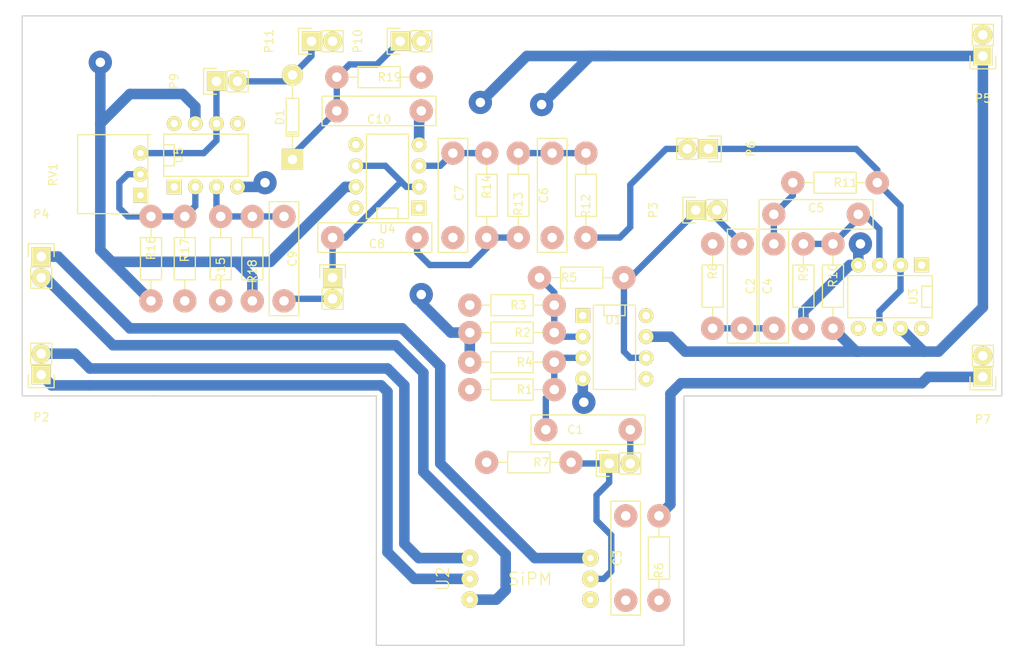
<source format=kicad_pcb>
(kicad_pcb (version 4) (host pcbnew "(2014-10-31 BZR 5247)-product")

  (general
    (links 81)
    (no_connects 21)
    (area 96.554999 57.844999 187.705001 87.995001)
    (thickness 1.6)
    (drawings 14)
    (tracks 188)
    (zones 0)
    (modules 47)
    (nets 31)
  )

  (page A4)
  (layers
    (0 F.Cu signal)
    (31 B.Cu signal)
    (32 B.Adhes user)
    (33 F.Adhes user)
    (34 B.Paste user)
    (35 F.Paste user)
    (36 B.SilkS user)
    (37 F.SilkS user)
    (38 B.Mask user)
    (39 F.Mask user)
    (40 Dwgs.User user)
    (41 Cmts.User user)
    (42 Eco1.User user)
    (43 Eco2.User user)
    (44 Edge.Cuts user)
    (45 Margin user)
    (46 B.CrtYd user)
    (47 F.CrtYd user)
    (48 B.Fab user)
    (49 F.Fab user)
  )

  (setup
    (last_trace_width 1.27)
    (user_trace_width 0.508)
    (user_trace_width 0.762)
    (user_trace_width 1.016)
    (user_trace_width 1.27)
    (trace_clearance 0.254)
    (zone_clearance 0.508)
    (zone_45_only no)
    (trace_min 0.254)
    (segment_width 0.2)
    (edge_width 0.15)
    (via_size 0.889)
    (via_drill 0.635)
    (via_min_size 0.889)
    (via_min_drill 0.508)
    (user_via 2.032 1.016)
    (user_via 2.794 1.143)
    (uvia_size 0.508)
    (uvia_drill 0.127)
    (uvias_allowed no)
    (uvia_min_size 0.508)
    (uvia_min_drill 0.127)
    (pcb_text_width 0.3)
    (pcb_text_size 1.5 1.5)
    (mod_edge_width 0.15)
    (mod_text_size 1.5 1.5)
    (mod_text_width 0.15)
    (pad_size 1.4 1.4)
    (pad_drill 0.6)
    (pad_to_mask_clearance 0.2)
    (aux_axis_origin 87.63 121.92)
    (grid_origin 87.63 121.92)
    (visible_elements FFFFFF7F)
    (pcbplotparams
      (layerselection 0x00000_80000001)
      (usegerberextensions true)
      (excludeedgelayer true)
      (linewidth 0.100000)
      (plotframeref false)
      (viasonmask false)
      (mode 1)
      (useauxorigin false)
      (hpglpennumber 1)
      (hpglpenspeed 20)
      (hpglpendiameter 15)
      (hpglpenoverlay 2)
      (psnegative false)
      (psa4output false)
      (plotreference false)
      (plotvalue false)
      (plotinvisibletext false)
      (padsonsilk false)
      (subtractmaskfromsilk false)
      (outputformat 1)
      (mirror false)
      (drillshape 0)
      (scaleselection 1)
      (outputdirectory ""))
  )

  (net 0 "")
  (net 1 "Net-(C1-Pad1)")
  (net 2 "Net-(C4-Pad1)")
  (net 3 "Net-(C5-Pad1)")
  (net 4 GND)
  (net 5 /A1)
  (net 6 /A2)
  (net 7 /F1)
  (net 8 +3.3VP)
  (net 9 ThR-)
  (net 10 ThR+)
  (net 11 Vin)
  (net 12 "Net-(C2-Pad2)")
  (net 13 "Net-(C3-Pad2)")
  (net 14 "Net-(C7-Pad2)")
  (net 15 "Net-(C8-Pad2)")
  (net 16 29.7V)
  (net 17 "Net-(R2-Pad1)")
  (net 18 Vout)
  (net 19 Voutp)
  (net 20 "Net-(C1-Pad2)")
  (net 21 "Net-(C2-Pad1)")
  (net 22 "Net-(C6-Pad2)")
  (net 23 /F2)
  (net 24 "Net-(C9-Pad1)")
  (net 25 "Net-(C9-Pad2)")
  (net 26 "Net-(P2-Pad1)")
  (net 27 "Net-(P2-Pad2)")
  (net 28 "Net-(P6-Pad2)")
  (net 29 "Net-(R16-Pad1)")
  (net 30 "Net-(RV1-Pad1)")

  (net_class Default "This is the default net class."
    (clearance 0.254)
    (trace_width 0.254)
    (via_dia 0.889)
    (via_drill 0.635)
    (uvia_dia 0.508)
    (uvia_drill 0.127)
    (add_net +3.3VP)
    (add_net /A1)
    (add_net /A2)
    (add_net /F1)
    (add_net /F2)
    (add_net 29.7V)
    (add_net GND)
    (add_net "Net-(C1-Pad1)")
    (add_net "Net-(C1-Pad2)")
    (add_net "Net-(C2-Pad1)")
    (add_net "Net-(C2-Pad2)")
    (add_net "Net-(C3-Pad2)")
    (add_net "Net-(C4-Pad1)")
    (add_net "Net-(C5-Pad1)")
    (add_net "Net-(C6-Pad2)")
    (add_net "Net-(C7-Pad2)")
    (add_net "Net-(C8-Pad2)")
    (add_net "Net-(C9-Pad1)")
    (add_net "Net-(C9-Pad2)")
    (add_net "Net-(P2-Pad1)")
    (add_net "Net-(P2-Pad2)")
    (add_net "Net-(P6-Pad2)")
    (add_net "Net-(R16-Pad1)")
    (add_net "Net-(R2-Pad1)")
    (add_net "Net-(RV1-Pad1)")
    (add_net ThR+)
    (add_net ThR-)
    (add_net Vin)
    (add_net Vout)
    (add_net Voutp)
  )

  (module mylib:Cap_Horizontal_Shop (layer F.Cu) (tedit 550855A0) (tstamp 55085753)
    (at 149.098 61.976)
    (descr "Resistor, Axial,  RM 10mm, 1/3W,")
    (tags "Resistor, Axial, RM 10mm, 1/3W,")
    (path /54E5B91C)
    (fp_text reference C1 (at -1.524 0) (layer F.SilkS)
      (effects (font (size 1 1) (thickness 0.15)))
    )
    (fp_text value .2u (at 1.778 0) (layer F.Fab)
      (effects (font (size 1 1) (thickness 0.15)))
    )
    (fp_line (start 6.858 -1.778) (end -6.858 -1.778) (layer F.SilkS) (width 0.15))
    (fp_line (start -6.858 -1.778) (end -6.858 1.778) (layer F.SilkS) (width 0.15))
    (fp_line (start -6.858 1.778) (end 6.858 1.778) (layer F.SilkS) (width 0.15))
    (fp_line (start 6.858 1.778) (end 6.858 0) (layer F.SilkS) (width 0.15))
    (fp_line (start 6.858 0) (end 6.858 -1.778) (layer F.SilkS) (width 0.15))
    (pad 1 thru_hole circle (at -5.08 0) (size 2.794 2.794) (drill 1.143) (layers *.Cu *.SilkS *.Mask)
      (net 1 "Net-(C1-Pad1)"))
    (pad 2 thru_hole circle (at 5.08 0) (size 2.794 2.794) (drill 1.143) (layers *.Cu *.SilkS *.Mask)
      (net 20 "Net-(C1-Pad2)"))
    (model Resistors_ThroughHole.3dshapes/Resistor_Horizontal_RM10mm.wrl
      (at (xyz 0 0 0))
      (scale (xyz 0.4 0.4 0.4))
      (rotate (xyz 0 0 0))
    )
  )

  (module mylib:Cap_Horizontal_Shop (layer F.Cu) (tedit 5508572B) (tstamp 5508575E)
    (at 167.64 44.704 90)
    (descr "Resistor, Axial,  RM 10mm, 1/3W,")
    (tags "Resistor, Axial, RM 10mm, 1/3W,")
    (path /54E64631)
    (fp_text reference C2 (at 0 1.016 90) (layer F.SilkS)
      (effects (font (size 1 1) (thickness 0.15)))
    )
    (fp_text value 22n (at -0.254 -0.762 90) (layer F.Fab)
      (effects (font (size 1 1) (thickness 0.15)))
    )
    (fp_line (start 6.858 -1.778) (end -6.858 -1.778) (layer F.SilkS) (width 0.15))
    (fp_line (start -6.858 -1.778) (end -6.858 1.778) (layer F.SilkS) (width 0.15))
    (fp_line (start -6.858 1.778) (end 6.858 1.778) (layer F.SilkS) (width 0.15))
    (fp_line (start 6.858 1.778) (end 6.858 0) (layer F.SilkS) (width 0.15))
    (fp_line (start 6.858 0) (end 6.858 -1.778) (layer F.SilkS) (width 0.15))
    (pad 1 thru_hole circle (at -5.08 0 90) (size 2.794 2.794) (drill 1.143) (layers *.Cu *.SilkS *.Mask)
      (net 21 "Net-(C2-Pad1)"))
    (pad 2 thru_hole circle (at 5.08 0 90) (size 2.794 2.794) (drill 1.143) (layers *.Cu *.SilkS *.Mask)
      (net 12 "Net-(C2-Pad2)"))
    (model Resistors_ThroughHole.3dshapes/Resistor_Horizontal_RM10mm.wrl
      (at (xyz 0 0 0))
      (scale (xyz 0.4 0.4 0.4))
      (rotate (xyz 0 0 0))
    )
  )

  (module mylib:Cap_Horizontal_Shop (layer F.Cu) (tedit 5509A442) (tstamp 55085769)
    (at 153.63 77.42 270)
    (descr "Resistor, Axial,  RM 10mm, 1/3W,")
    (tags "Resistor, Axial, RM 10mm, 1/3W,")
    (path /54E6D1B3)
    (fp_text reference C3 (at 0 1 270) (layer F.SilkS)
      (effects (font (size 1 1) (thickness 0.15)))
    )
    (fp_text value 10n (at 0 -1 270) (layer F.Fab)
      (effects (font (size 1 1) (thickness 0.15)))
    )
    (fp_line (start 6.858 -1.778) (end -6.858 -1.778) (layer F.SilkS) (width 0.15))
    (fp_line (start -6.858 -1.778) (end -6.858 1.778) (layer F.SilkS) (width 0.15))
    (fp_line (start -6.858 1.778) (end 6.858 1.778) (layer F.SilkS) (width 0.15))
    (fp_line (start 6.858 1.778) (end 6.858 0) (layer F.SilkS) (width 0.15))
    (fp_line (start 6.858 0) (end 6.858 -1.778) (layer F.SilkS) (width 0.15))
    (pad 1 thru_hole circle (at -5.08 0 270) (size 2.794 2.794) (drill 1.143) (layers *.Cu *.SilkS *.Mask)
      (net 4 GND))
    (pad 2 thru_hole circle (at 5.08 0 270) (size 2.794 2.794) (drill 1.143) (layers *.Cu *.SilkS *.Mask)
      (net 13 "Net-(C3-Pad2)"))
    (model Resistors_ThroughHole.3dshapes/Resistor_Horizontal_RM10mm.wrl
      (at (xyz 0 0 0))
      (scale (xyz 0.4 0.4 0.4))
      (rotate (xyz 0 0 0))
    )
  )

  (module mylib:Cap_Horizontal_Shop (layer F.Cu) (tedit 5508572F) (tstamp 55085774)
    (at 171.45 44.704 270)
    (descr "Resistor, Axial,  RM 10mm, 1/3W,")
    (tags "Resistor, Axial, RM 10mm, 1/3W,")
    (path /54E64839)
    (fp_text reference C4 (at 0 0.762 270) (layer F.SilkS)
      (effects (font (size 1 1) (thickness 0.15)))
    )
    (fp_text value 33n (at 0 -1.016 270) (layer F.Fab)
      (effects (font (size 1 1) (thickness 0.15)))
    )
    (fp_line (start 6.858 -1.778) (end -6.858 -1.778) (layer F.SilkS) (width 0.15))
    (fp_line (start -6.858 -1.778) (end -6.858 1.778) (layer F.SilkS) (width 0.15))
    (fp_line (start -6.858 1.778) (end 6.858 1.778) (layer F.SilkS) (width 0.15))
    (fp_line (start 6.858 1.778) (end 6.858 0) (layer F.SilkS) (width 0.15))
    (fp_line (start 6.858 0) (end 6.858 -1.778) (layer F.SilkS) (width 0.15))
    (pad 1 thru_hole circle (at -5.08 0 270) (size 2.794 2.794) (drill 1.143) (layers *.Cu *.SilkS *.Mask)
      (net 2 "Net-(C4-Pad1)"))
    (pad 2 thru_hole circle (at 5.08 0 270) (size 2.794 2.794) (drill 1.143) (layers *.Cu *.SilkS *.Mask)
      (net 21 "Net-(C2-Pad1)"))
    (model Resistors_ThroughHole.3dshapes/Resistor_Horizontal_RM10mm.wrl
      (at (xyz 0 0 0))
      (scale (xyz 0.4 0.4 0.4))
      (rotate (xyz 0 0 0))
    )
  )

  (module mylib:Cap_Horizontal_Shop (layer F.Cu) (tedit 55085734) (tstamp 5508577F)
    (at 176.53 36.068 180)
    (descr "Resistor, Axial,  RM 10mm, 1/3W,")
    (tags "Resistor, Axial, RM 10mm, 1/3W,")
    (path /54E6518C)
    (fp_text reference C5 (at 0 0.762 180) (layer F.SilkS)
      (effects (font (size 1 1) (thickness 0.15)))
    )
    (fp_text value 33n (at 0 -1.016 180) (layer F.Fab)
      (effects (font (size 1 1) (thickness 0.15)))
    )
    (fp_line (start 6.858 -1.778) (end -6.858 -1.778) (layer F.SilkS) (width 0.15))
    (fp_line (start -6.858 -1.778) (end -6.858 1.778) (layer F.SilkS) (width 0.15))
    (fp_line (start -6.858 1.778) (end 6.858 1.778) (layer F.SilkS) (width 0.15))
    (fp_line (start 6.858 1.778) (end 6.858 0) (layer F.SilkS) (width 0.15))
    (fp_line (start 6.858 0) (end 6.858 -1.778) (layer F.SilkS) (width 0.15))
    (pad 1 thru_hole circle (at -5.08 0 180) (size 2.794 2.794) (drill 1.143) (layers *.Cu *.SilkS *.Mask)
      (net 3 "Net-(C5-Pad1)"))
    (pad 2 thru_hole circle (at 5.08 0 180) (size 2.794 2.794) (drill 1.143) (layers *.Cu *.SilkS *.Mask)
      (net 2 "Net-(C4-Pad1)"))
    (model Resistors_ThroughHole.3dshapes/Resistor_Horizontal_RM10mm.wrl
      (at (xyz 0 0 0))
      (scale (xyz 0.4 0.4 0.4))
      (rotate (xyz 0 0 0))
    )
  )

  (module mylib:Cap_Horizontal_Shop (layer F.Cu) (tedit 55099136) (tstamp 5508578A)
    (at 144.78 33.782 90)
    (descr "Resistor, Axial,  RM 10mm, 1/3W,")
    (tags "Resistor, Axial, RM 10mm, 1/3W,")
    (path /54E68C30)
    (fp_text reference C6 (at 0 -1.016 90) (layer F.SilkS)
      (effects (font (size 1 1) (thickness 0.15)))
    )
    (fp_text value 22n (at 0 0.762 90) (layer F.Fab)
      (effects (font (size 1 1) (thickness 0.15)))
    )
    (fp_line (start 6.858 -1.778) (end -6.858 -1.778) (layer F.SilkS) (width 0.15))
    (fp_line (start -6.858 -1.778) (end -6.858 1.778) (layer F.SilkS) (width 0.15))
    (fp_line (start -6.858 1.778) (end 6.858 1.778) (layer F.SilkS) (width 0.15))
    (fp_line (start 6.858 1.778) (end 6.858 0) (layer F.SilkS) (width 0.15))
    (fp_line (start 6.858 0) (end 6.858 -1.778) (layer F.SilkS) (width 0.15))
    (pad 1 thru_hole circle (at -5.08 0 90) (size 2.794 2.794) (drill 1.143) (layers *.Cu *.SilkS *.Mask)
      (net 4 GND))
    (pad 2 thru_hole circle (at 5.08 0 90) (size 2.794 2.794) (drill 1.143) (layers *.Cu *.SilkS *.Mask)
      (net 22 "Net-(C6-Pad2)"))
    (model Resistors_ThroughHole.3dshapes/Resistor_Horizontal_RM10mm.wrl
      (at (xyz 0 0 0))
      (scale (xyz 0.4 0.4 0.4))
      (rotate (xyz 0 0 0))
    )
  )

  (module mylib:Cap_Horizontal_Shop (layer F.Cu) (tedit 550991A4) (tstamp 55085795)
    (at 132.842 33.782 90)
    (descr "Resistor, Axial,  RM 10mm, 1/3W,")
    (tags "Resistor, Axial, RM 10mm, 1/3W,")
    (path /54E68802)
    (fp_text reference C7 (at 0.254 0.762 90) (layer F.SilkS)
      (effects (font (size 1 1) (thickness 0.15)))
    )
    (fp_text value 470p (at 0.254 -0.762 90) (layer F.Fab)
      (effects (font (size 1 1) (thickness 0.15)))
    )
    (fp_line (start 6.858 -1.778) (end -6.858 -1.778) (layer F.SilkS) (width 0.15))
    (fp_line (start -6.858 -1.778) (end -6.858 1.778) (layer F.SilkS) (width 0.15))
    (fp_line (start -6.858 1.778) (end 6.858 1.778) (layer F.SilkS) (width 0.15))
    (fp_line (start 6.858 1.778) (end 6.858 0) (layer F.SilkS) (width 0.15))
    (fp_line (start 6.858 0) (end 6.858 -1.778) (layer F.SilkS) (width 0.15))
    (pad 1 thru_hole circle (at -5.08 0 90) (size 2.794 2.794) (drill 1.143) (layers *.Cu *.SilkS *.Mask)
      (net 4 GND))
    (pad 2 thru_hole circle (at 5.08 0 90) (size 2.794 2.794) (drill 1.143) (layers *.Cu *.SilkS *.Mask)
      (net 14 "Net-(C7-Pad2)"))
    (model Resistors_ThroughHole.3dshapes/Resistor_Horizontal_RM10mm.wrl
      (at (xyz 0 0 0))
      (scale (xyz 0.4 0.4 0.4))
      (rotate (xyz 0 0 0))
    )
  )

  (module mylib:Cap_Horizontal_Shop (layer F.Cu) (tedit 550991AA) (tstamp 550857A0)
    (at 123.444 38.862)
    (descr "Resistor, Axial,  RM 10mm, 1/3W,")
    (tags "Resistor, Axial, RM 10mm, 1/3W,")
    (path /54E68BBB)
    (fp_text reference C8 (at 0.254 0.762) (layer F.SilkS)
      (effects (font (size 1 1) (thickness 0.15)))
    )
    (fp_text value 10n (at 0 -0.762) (layer F.Fab)
      (effects (font (size 1 1) (thickness 0.15)))
    )
    (fp_line (start 6.858 -1.778) (end -6.858 -1.778) (layer F.SilkS) (width 0.15))
    (fp_line (start -6.858 -1.778) (end -6.858 1.778) (layer F.SilkS) (width 0.15))
    (fp_line (start -6.858 1.778) (end 6.858 1.778) (layer F.SilkS) (width 0.15))
    (fp_line (start 6.858 1.778) (end 6.858 0) (layer F.SilkS) (width 0.15))
    (fp_line (start 6.858 0) (end 6.858 -1.778) (layer F.SilkS) (width 0.15))
    (pad 1 thru_hole circle (at -5.08 0) (size 2.794 2.794) (drill 1.143) (layers *.Cu *.SilkS *.Mask)
      (net 23 /F2))
    (pad 2 thru_hole circle (at 5.08 0) (size 2.794 2.794) (drill 1.143) (layers *.Cu *.SilkS *.Mask)
      (net 15 "Net-(C8-Pad2)"))
    (model Resistors_ThroughHole.3dshapes/Resistor_Horizontal_RM10mm.wrl
      (at (xyz 0 0 0))
      (scale (xyz 0.4 0.4 0.4))
      (rotate (xyz 0 0 0))
    )
  )

  (module mylib:Cap_Horizontal_Shop (layer F.Cu) (tedit 55099268) (tstamp 550857AB)
    (at 112.522 41.402 270)
    (descr "Resistor, Axial,  RM 10mm, 1/3W,")
    (tags "Resistor, Axial, RM 10mm, 1/3W,")
    (path /54E62BD1)
    (fp_text reference C9 (at 0 -1.016 270) (layer F.SilkS)
      (effects (font (size 1 1) (thickness 0.15)))
    )
    (fp_text value .2u (at 0 1.016 270) (layer F.Fab)
      (effects (font (size 1 1) (thickness 0.15)))
    )
    (fp_line (start 6.858 -1.778) (end -6.858 -1.778) (layer F.SilkS) (width 0.15))
    (fp_line (start -6.858 -1.778) (end -6.858 1.778) (layer F.SilkS) (width 0.15))
    (fp_line (start -6.858 1.778) (end 6.858 1.778) (layer F.SilkS) (width 0.15))
    (fp_line (start 6.858 1.778) (end 6.858 0) (layer F.SilkS) (width 0.15))
    (fp_line (start 6.858 0) (end 6.858 -1.778) (layer F.SilkS) (width 0.15))
    (pad 1 thru_hole circle (at -5.08 0 270) (size 2.794 2.794) (drill 1.143) (layers *.Cu *.SilkS *.Mask)
      (net 24 "Net-(C9-Pad1)"))
    (pad 2 thru_hole circle (at 5.08 0 270) (size 2.794 2.794) (drill 1.143) (layers *.Cu *.SilkS *.Mask)
      (net 25 "Net-(C9-Pad2)"))
    (model Resistors_ThroughHole.3dshapes/Resistor_Horizontal_RM10mm.wrl
      (at (xyz 0 0 0))
      (scale (xyz 0.4 0.4 0.4))
      (rotate (xyz 0 0 0))
    )
  )

  (module mylib:Cap_Horizontal_Shop (layer F.Cu) (tedit 5509A750) (tstamp 550857B6)
    (at 123.952 23.622)
    (descr "Resistor, Axial,  RM 10mm, 1/3W,")
    (tags "Resistor, Axial, RM 10mm, 1/3W,")
    (path /54E5AB85)
    (fp_text reference C10 (at 0 1.016) (layer F.SilkS)
      (effects (font (size 1 1) (thickness 0.15)))
    )
    (fp_text value 15n (at 0.254 -1.016) (layer F.Fab)
      (effects (font (size 1 1) (thickness 0.15)))
    )
    (fp_line (start 6.858 -1.778) (end -6.858 -1.778) (layer F.SilkS) (width 0.15))
    (fp_line (start -6.858 -1.778) (end -6.858 1.778) (layer F.SilkS) (width 0.15))
    (fp_line (start -6.858 1.778) (end 6.858 1.778) (layer F.SilkS) (width 0.15))
    (fp_line (start 6.858 1.778) (end 6.858 0) (layer F.SilkS) (width 0.15))
    (fp_line (start 6.858 0) (end 6.858 -1.778) (layer F.SilkS) (width 0.15))
    (pad 1 thru_hole circle (at -5.08 0) (size 2.794 2.794) (drill 1.143) (layers *.Cu *.SilkS *.Mask)
      (net 19 Voutp))
    (pad 2 thru_hole circle (at 5.08 0) (size 2.794 2.794) (drill 1.143) (layers *.Cu *.SilkS *.Mask)
      (net 4 GND))
    (model Resistors_ThroughHole.3dshapes/Resistor_Horizontal_RM10mm.wrl
      (at (xyz 0 0 0))
      (scale (xyz 0.4 0.4 0.4))
      (rotate (xyz 0 0 0))
    )
  )

  (module mylib:Diode_Shop (layer F.Cu) (tedit 5509A796) (tstamp 550857C5)
    (at 113.538 24.384 270)
    (descr "Diode, DO-35,  SOD27, Horizontal, RM 10mm")
    (tags "Diode, DO-35, SOD27, Horizontal, RM 10mm, 1N4148,")
    (path /54E5AB0D)
    (fp_text reference D1 (at 0 1.524 270) (layer F.SilkS)
      (effects (font (size 1 1) (thickness 0.15)))
    )
    (fp_text value DIODE (at -0.254 0 270) (layer F.Fab)
      (effects (font (size 1 1) (thickness 0.15)))
    )
    (fp_line (start -2.286 0) (end -3.683 0) (layer F.SilkS) (width 0.15))
    (fp_line (start 2.159 0) (end 3.683 0) (layer F.SilkS) (width 0.15))
    (fp_line (start 1.778 -0.762) (end 1.778 0.762) (layer F.SilkS) (width 0.15))
    (fp_line (start 2.032 -0.762) (end 2.032 0.762) (layer F.SilkS) (width 0.15))
    (fp_line (start 2.286 0) (end 2.286 0.762) (layer F.SilkS) (width 0.15))
    (fp_line (start 2.286 0.762) (end -2.286 0.762) (layer F.SilkS) (width 0.15))
    (fp_line (start -2.286 0.762) (end -2.286 -0.762) (layer F.SilkS) (width 0.15))
    (fp_line (start -2.286 -0.762) (end 2.286 -0.762) (layer F.SilkS) (width 0.15))
    (fp_line (start 2.286 -0.762) (end 2.286 0) (layer F.SilkS) (width 0.15))
    (pad 1 thru_hole circle (at -5.08 0 270) (size 2.54 2.54) (drill 1.143) (layers *.Cu *.Mask F.SilkS)
      (net 18 Vout))
    (pad 2 thru_hole rect (at 5.08 0 270) (size 2.54 2.54) (drill 1.143) (layers *.Cu *.Mask F.SilkS)
      (net 19 Voutp))
    (model Diodes_ThroughHole.3dshapes/Diode_DO-35_SOD27_Horizontal_RM10.wrl
      (at (xyz 0 0 0))
      (scale (xyz 0.4 0.4 0.4))
      (rotate (xyz 0 0 0))
    )
  )

  (module mylib:Pin_Header_1x02_Shop (layer F.Cu) (tedit 550725A6) (tstamp 550857D6)
    (at 151.638 66.04 90)
    (descr "Through hole pin header")
    (tags "pin header")
    (path /55086059)
    (fp_text reference P1 (at 0 -5.1 90) (layer F.SilkS)
      (effects (font (size 1 1) (thickness 0.15)))
    )
    (fp_text value CONN_01X02 (at 0 -3.1 90) (layer F.Fab)
      (effects (font (size 1 1) (thickness 0.15)))
    )
    (fp_line (start 1.27 1.27) (end 1.27 3.81) (layer F.SilkS) (width 0.15))
    (fp_line (start 1.55 -1.55) (end 1.55 0) (layer F.SilkS) (width 0.15))
    (fp_line (start -1.75 -1.75) (end -1.75 4.3) (layer F.CrtYd) (width 0.05))
    (fp_line (start 1.75 -1.75) (end 1.75 4.3) (layer F.CrtYd) (width 0.05))
    (fp_line (start -1.75 -1.75) (end 1.75 -1.75) (layer F.CrtYd) (width 0.05))
    (fp_line (start -1.75 4.3) (end 1.75 4.3) (layer F.CrtYd) (width 0.05))
    (fp_line (start 1.27 1.27) (end -1.27 1.27) (layer F.SilkS) (width 0.15))
    (fp_line (start -1.55 0) (end -1.55 -1.55) (layer F.SilkS) (width 0.15))
    (fp_line (start -1.55 -1.55) (end 1.55 -1.55) (layer F.SilkS) (width 0.15))
    (fp_line (start -1.27 1.27) (end -1.27 3.81) (layer F.SilkS) (width 0.15))
    (fp_line (start -1.27 3.81) (end 1.27 3.81) (layer F.SilkS) (width 0.15))
    (pad 1 thru_hole rect (at 0 0 90) (size 2.286 2.286) (drill 1.143) (layers *.Cu *.Mask F.SilkS)
      (net 11 Vin))
    (pad 2 thru_hole oval (at 0 2.54 90) (size 2.286 2.286) (drill 1.143) (layers *.Cu *.Mask F.SilkS)
      (net 20 "Net-(C1-Pad2)"))
    (model Pin_Headers.3dshapes/Pin_Header_Straight_1x02.wrl
      (at (xyz 0 -0.05 0))
      (scale (xyz 1 1 1))
      (rotate (xyz 0 0 90))
    )
  )

  (module mylib:Pin_Header_1x02_Shop (layer F.Cu) (tedit 550725A6) (tstamp 550857E7)
    (at 83.312 55.372 180)
    (descr "Through hole pin header")
    (tags "pin header")
    (path /54E55190)
    (fp_text reference P2 (at 0 -5.1 180) (layer F.SilkS)
      (effects (font (size 1 1) (thickness 0.15)))
    )
    (fp_text value CONN_01X02 (at 0 -3.1 180) (layer F.Fab)
      (effects (font (size 1 1) (thickness 0.15)))
    )
    (fp_line (start 1.27 1.27) (end 1.27 3.81) (layer F.SilkS) (width 0.15))
    (fp_line (start 1.55 -1.55) (end 1.55 0) (layer F.SilkS) (width 0.15))
    (fp_line (start -1.75 -1.75) (end -1.75 4.3) (layer F.CrtYd) (width 0.05))
    (fp_line (start 1.75 -1.75) (end 1.75 4.3) (layer F.CrtYd) (width 0.05))
    (fp_line (start -1.75 -1.75) (end 1.75 -1.75) (layer F.CrtYd) (width 0.05))
    (fp_line (start -1.75 4.3) (end 1.75 4.3) (layer F.CrtYd) (width 0.05))
    (fp_line (start 1.27 1.27) (end -1.27 1.27) (layer F.SilkS) (width 0.15))
    (fp_line (start -1.55 0) (end -1.55 -1.55) (layer F.SilkS) (width 0.15))
    (fp_line (start -1.55 -1.55) (end 1.55 -1.55) (layer F.SilkS) (width 0.15))
    (fp_line (start -1.27 1.27) (end -1.27 3.81) (layer F.SilkS) (width 0.15))
    (fp_line (start -1.27 3.81) (end 1.27 3.81) (layer F.SilkS) (width 0.15))
    (pad 1 thru_hole rect (at 0 0 180) (size 2.286 2.286) (drill 1.143) (layers *.Cu *.Mask F.SilkS)
      (net 26 "Net-(P2-Pad1)"))
    (pad 2 thru_hole oval (at 0 2.54 180) (size 2.286 2.286) (drill 1.143) (layers *.Cu *.Mask F.SilkS)
      (net 27 "Net-(P2-Pad2)"))
    (model Pin_Headers.3dshapes/Pin_Header_Straight_1x02.wrl
      (at (xyz 0 -0.05 0))
      (scale (xyz 1 1 1))
      (rotate (xyz 0 0 90))
    )
  )

  (module mylib:Pin_Header_1x02_Shop (layer F.Cu) (tedit 550725A6) (tstamp 550857F8)
    (at 162.052 35.56 90)
    (descr "Through hole pin header")
    (tags "pin header")
    (path /54E5554E)
    (fp_text reference P3 (at 0 -5.1 90) (layer F.SilkS)
      (effects (font (size 1 1) (thickness 0.15)))
    )
    (fp_text value CONN_01X02 (at 0 -3.1 90) (layer F.Fab)
      (effects (font (size 1 1) (thickness 0.15)))
    )
    (fp_line (start 1.27 1.27) (end 1.27 3.81) (layer F.SilkS) (width 0.15))
    (fp_line (start 1.55 -1.55) (end 1.55 0) (layer F.SilkS) (width 0.15))
    (fp_line (start -1.75 -1.75) (end -1.75 4.3) (layer F.CrtYd) (width 0.05))
    (fp_line (start 1.75 -1.75) (end 1.75 4.3) (layer F.CrtYd) (width 0.05))
    (fp_line (start -1.75 -1.75) (end 1.75 -1.75) (layer F.CrtYd) (width 0.05))
    (fp_line (start -1.75 4.3) (end 1.75 4.3) (layer F.CrtYd) (width 0.05))
    (fp_line (start 1.27 1.27) (end -1.27 1.27) (layer F.SilkS) (width 0.15))
    (fp_line (start -1.55 0) (end -1.55 -1.55) (layer F.SilkS) (width 0.15))
    (fp_line (start -1.55 -1.55) (end 1.55 -1.55) (layer F.SilkS) (width 0.15))
    (fp_line (start -1.27 1.27) (end -1.27 3.81) (layer F.SilkS) (width 0.15))
    (fp_line (start -1.27 3.81) (end 1.27 3.81) (layer F.SilkS) (width 0.15))
    (pad 1 thru_hole rect (at 0 0 90) (size 2.286 2.286) (drill 1.143) (layers *.Cu *.Mask F.SilkS)
      (net 5 /A1))
    (pad 2 thru_hole oval (at 0 2.54 90) (size 2.286 2.286) (drill 1.143) (layers *.Cu *.Mask F.SilkS)
      (net 12 "Net-(C2-Pad2)"))
    (model Pin_Headers.3dshapes/Pin_Header_Straight_1x02.wrl
      (at (xyz 0 -0.05 0))
      (scale (xyz 1 1 1))
      (rotate (xyz 0 0 90))
    )
  )

  (module mylib:Pin_Header_1x02_Shop (layer F.Cu) (tedit 550725A6) (tstamp 55085809)
    (at 83.312 41.148)
    (descr "Through hole pin header")
    (tags "pin header")
    (path /5508A66D)
    (fp_text reference P4 (at 0 -5.1) (layer F.SilkS)
      (effects (font (size 1 1) (thickness 0.15)))
    )
    (fp_text value CONN_01X02 (at 0 -3.1) (layer F.Fab)
      (effects (font (size 1 1) (thickness 0.15)))
    )
    (fp_line (start 1.27 1.27) (end 1.27 3.81) (layer F.SilkS) (width 0.15))
    (fp_line (start 1.55 -1.55) (end 1.55 0) (layer F.SilkS) (width 0.15))
    (fp_line (start -1.75 -1.75) (end -1.75 4.3) (layer F.CrtYd) (width 0.05))
    (fp_line (start 1.75 -1.75) (end 1.75 4.3) (layer F.CrtYd) (width 0.05))
    (fp_line (start -1.75 -1.75) (end 1.75 -1.75) (layer F.CrtYd) (width 0.05))
    (fp_line (start -1.75 4.3) (end 1.75 4.3) (layer F.CrtYd) (width 0.05))
    (fp_line (start 1.27 1.27) (end -1.27 1.27) (layer F.SilkS) (width 0.15))
    (fp_line (start -1.55 0) (end -1.55 -1.55) (layer F.SilkS) (width 0.15))
    (fp_line (start -1.55 -1.55) (end 1.55 -1.55) (layer F.SilkS) (width 0.15))
    (fp_line (start -1.27 1.27) (end -1.27 3.81) (layer F.SilkS) (width 0.15))
    (fp_line (start -1.27 3.81) (end 1.27 3.81) (layer F.SilkS) (width 0.15))
    (pad 1 thru_hole rect (at 0 0) (size 2.286 2.286) (drill 1.143) (layers *.Cu *.Mask F.SilkS)
      (net 10 ThR+))
    (pad 2 thru_hole oval (at 0 2.54) (size 2.286 2.286) (drill 1.143) (layers *.Cu *.Mask F.SilkS)
      (net 9 ThR-))
    (model Pin_Headers.3dshapes/Pin_Header_Straight_1x02.wrl
      (at (xyz 0 -0.05 0))
      (scale (xyz 1 1 1))
      (rotate (xyz 0 0 90))
    )
  )

  (module mylib:Pin_Header_1x02_Shop (layer F.Cu) (tedit 550725A6) (tstamp 5508581A)
    (at 196.596 17.018 180)
    (descr "Through hole pin header")
    (tags "pin header")
    (path /5508AA04)
    (fp_text reference P5 (at 0 -5.1 180) (layer F.SilkS)
      (effects (font (size 1 1) (thickness 0.15)))
    )
    (fp_text value CONN_01X02 (at 0 -3.1 180) (layer F.Fab)
      (effects (font (size 1 1) (thickness 0.15)))
    )
    (fp_line (start 1.27 1.27) (end 1.27 3.81) (layer F.SilkS) (width 0.15))
    (fp_line (start 1.55 -1.55) (end 1.55 0) (layer F.SilkS) (width 0.15))
    (fp_line (start -1.75 -1.75) (end -1.75 4.3) (layer F.CrtYd) (width 0.05))
    (fp_line (start 1.75 -1.75) (end 1.75 4.3) (layer F.CrtYd) (width 0.05))
    (fp_line (start -1.75 -1.75) (end 1.75 -1.75) (layer F.CrtYd) (width 0.05))
    (fp_line (start -1.75 4.3) (end 1.75 4.3) (layer F.CrtYd) (width 0.05))
    (fp_line (start 1.27 1.27) (end -1.27 1.27) (layer F.SilkS) (width 0.15))
    (fp_line (start -1.55 0) (end -1.55 -1.55) (layer F.SilkS) (width 0.15))
    (fp_line (start -1.55 -1.55) (end 1.55 -1.55) (layer F.SilkS) (width 0.15))
    (fp_line (start -1.27 1.27) (end -1.27 3.81) (layer F.SilkS) (width 0.15))
    (fp_line (start -1.27 3.81) (end 1.27 3.81) (layer F.SilkS) (width 0.15))
    (pad 1 thru_hole rect (at 0 0 180) (size 2.286 2.286) (drill 1.143) (layers *.Cu *.Mask F.SilkS)
      (net 8 +3.3VP))
    (pad 2 thru_hole oval (at 0 2.54 180) (size 2.286 2.286) (drill 1.143) (layers *.Cu *.Mask F.SilkS)
      (net 4 GND))
    (model Pin_Headers.3dshapes/Pin_Header_Straight_1x02.wrl
      (at (xyz 0 -0.05 0))
      (scale (xyz 1 1 1))
      (rotate (xyz 0 0 90))
    )
  )

  (module mylib:Pin_Header_1x02_Shop (layer F.Cu) (tedit 550725A6) (tstamp 5508582B)
    (at 163.576 28.194 270)
    (descr "Through hole pin header")
    (tags "pin header")
    (path /54E55945)
    (fp_text reference P6 (at 0 -5.1 270) (layer F.SilkS)
      (effects (font (size 1 1) (thickness 0.15)))
    )
    (fp_text value CONN_01X02 (at 0 -3.1 270) (layer F.Fab)
      (effects (font (size 1 1) (thickness 0.15)))
    )
    (fp_line (start 1.27 1.27) (end 1.27 3.81) (layer F.SilkS) (width 0.15))
    (fp_line (start 1.55 -1.55) (end 1.55 0) (layer F.SilkS) (width 0.15))
    (fp_line (start -1.75 -1.75) (end -1.75 4.3) (layer F.CrtYd) (width 0.05))
    (fp_line (start 1.75 -1.75) (end 1.75 4.3) (layer F.CrtYd) (width 0.05))
    (fp_line (start -1.75 -1.75) (end 1.75 -1.75) (layer F.CrtYd) (width 0.05))
    (fp_line (start -1.75 4.3) (end 1.75 4.3) (layer F.CrtYd) (width 0.05))
    (fp_line (start 1.27 1.27) (end -1.27 1.27) (layer F.SilkS) (width 0.15))
    (fp_line (start -1.55 0) (end -1.55 -1.55) (layer F.SilkS) (width 0.15))
    (fp_line (start -1.55 -1.55) (end 1.55 -1.55) (layer F.SilkS) (width 0.15))
    (fp_line (start -1.27 1.27) (end -1.27 3.81) (layer F.SilkS) (width 0.15))
    (fp_line (start -1.27 3.81) (end 1.27 3.81) (layer F.SilkS) (width 0.15))
    (pad 1 thru_hole rect (at 0 0 270) (size 2.286 2.286) (drill 1.143) (layers *.Cu *.Mask F.SilkS)
      (net 7 /F1))
    (pad 2 thru_hole oval (at 0 2.54 270) (size 2.286 2.286) (drill 1.143) (layers *.Cu *.Mask F.SilkS)
      (net 28 "Net-(P6-Pad2)"))
    (model Pin_Headers.3dshapes/Pin_Header_Straight_1x02.wrl
      (at (xyz 0 -0.05 0))
      (scale (xyz 1 1 1))
      (rotate (xyz 0 0 90))
    )
  )

  (module mylib:Pin_Header_1x02_Shop (layer F.Cu) (tedit 550725A6) (tstamp 5508583C)
    (at 196.596 55.626 180)
    (descr "Through hole pin header")
    (tags "pin header")
    (path /5508AB53)
    (fp_text reference P7 (at 0 -5.1 180) (layer F.SilkS)
      (effects (font (size 1 1) (thickness 0.15)))
    )
    (fp_text value CONN_01X02 (at 0 -3.1 180) (layer F.Fab)
      (effects (font (size 1 1) (thickness 0.15)))
    )
    (fp_line (start 1.27 1.27) (end 1.27 3.81) (layer F.SilkS) (width 0.15))
    (fp_line (start 1.55 -1.55) (end 1.55 0) (layer F.SilkS) (width 0.15))
    (fp_line (start -1.75 -1.75) (end -1.75 4.3) (layer F.CrtYd) (width 0.05))
    (fp_line (start 1.75 -1.75) (end 1.75 4.3) (layer F.CrtYd) (width 0.05))
    (fp_line (start -1.75 -1.75) (end 1.75 -1.75) (layer F.CrtYd) (width 0.05))
    (fp_line (start -1.75 4.3) (end 1.75 4.3) (layer F.CrtYd) (width 0.05))
    (fp_line (start 1.27 1.27) (end -1.27 1.27) (layer F.SilkS) (width 0.15))
    (fp_line (start -1.55 0) (end -1.55 -1.55) (layer F.SilkS) (width 0.15))
    (fp_line (start -1.55 -1.55) (end 1.55 -1.55) (layer F.SilkS) (width 0.15))
    (fp_line (start -1.27 1.27) (end -1.27 3.81) (layer F.SilkS) (width 0.15))
    (fp_line (start -1.27 3.81) (end 1.27 3.81) (layer F.SilkS) (width 0.15))
    (pad 1 thru_hole rect (at 0 0 180) (size 2.286 2.286) (drill 1.143) (layers *.Cu *.Mask F.SilkS)
      (net 16 29.7V))
    (pad 2 thru_hole oval (at 0 2.54 180) (size 2.286 2.286) (drill 1.143) (layers *.Cu *.Mask F.SilkS)
      (net 4 GND))
    (model Pin_Headers.3dshapes/Pin_Header_Straight_1x02.wrl
      (at (xyz 0 -0.05 0))
      (scale (xyz 1 1 1))
      (rotate (xyz 0 0 90))
    )
  )

  (module mylib:Pin_Header_1x02_Shop (layer F.Cu) (tedit 550725A6) (tstamp 5508584D)
    (at 118.364 43.688)
    (descr "Through hole pin header")
    (tags "pin header")
    (path /54E554D9)
    (fp_text reference P8 (at 0 -5.1) (layer F.SilkS)
      (effects (font (size 1 1) (thickness 0.15)))
    )
    (fp_text value CONN_01X02 (at 0 -3.1) (layer F.Fab)
      (effects (font (size 1 1) (thickness 0.15)))
    )
    (fp_line (start 1.27 1.27) (end 1.27 3.81) (layer F.SilkS) (width 0.15))
    (fp_line (start 1.55 -1.55) (end 1.55 0) (layer F.SilkS) (width 0.15))
    (fp_line (start -1.75 -1.75) (end -1.75 4.3) (layer F.CrtYd) (width 0.05))
    (fp_line (start 1.75 -1.75) (end 1.75 4.3) (layer F.CrtYd) (width 0.05))
    (fp_line (start -1.75 -1.75) (end 1.75 -1.75) (layer F.CrtYd) (width 0.05))
    (fp_line (start -1.75 4.3) (end 1.75 4.3) (layer F.CrtYd) (width 0.05))
    (fp_line (start 1.27 1.27) (end -1.27 1.27) (layer F.SilkS) (width 0.15))
    (fp_line (start -1.55 0) (end -1.55 -1.55) (layer F.SilkS) (width 0.15))
    (fp_line (start -1.55 -1.55) (end 1.55 -1.55) (layer F.SilkS) (width 0.15))
    (fp_line (start -1.27 1.27) (end -1.27 3.81) (layer F.SilkS) (width 0.15))
    (fp_line (start -1.27 3.81) (end 1.27 3.81) (layer F.SilkS) (width 0.15))
    (pad 1 thru_hole rect (at 0 0) (size 2.286 2.286) (drill 1.143) (layers *.Cu *.Mask F.SilkS)
      (net 23 /F2))
    (pad 2 thru_hole oval (at 0 2.54) (size 2.286 2.286) (drill 1.143) (layers *.Cu *.Mask F.SilkS)
      (net 25 "Net-(C9-Pad2)"))
    (model Pin_Headers.3dshapes/Pin_Header_Straight_1x02.wrl
      (at (xyz 0 -0.05 0))
      (scale (xyz 1 1 1))
      (rotate (xyz 0 0 90))
    )
  )

  (module mylib:Pin_Header_1x02_Shop (layer F.Cu) (tedit 550725A6) (tstamp 5508585E)
    (at 104.394 20.066 90)
    (descr "Through hole pin header")
    (tags "pin header")
    (path /54E559BB)
    (fp_text reference P9 (at 0 -5.1 90) (layer F.SilkS)
      (effects (font (size 1 1) (thickness 0.15)))
    )
    (fp_text value CONN_01X02 (at 0 -3.1 90) (layer F.Fab)
      (effects (font (size 1 1) (thickness 0.15)))
    )
    (fp_line (start 1.27 1.27) (end 1.27 3.81) (layer F.SilkS) (width 0.15))
    (fp_line (start 1.55 -1.55) (end 1.55 0) (layer F.SilkS) (width 0.15))
    (fp_line (start -1.75 -1.75) (end -1.75 4.3) (layer F.CrtYd) (width 0.05))
    (fp_line (start 1.75 -1.75) (end 1.75 4.3) (layer F.CrtYd) (width 0.05))
    (fp_line (start -1.75 -1.75) (end 1.75 -1.75) (layer F.CrtYd) (width 0.05))
    (fp_line (start -1.75 4.3) (end 1.75 4.3) (layer F.CrtYd) (width 0.05))
    (fp_line (start 1.27 1.27) (end -1.27 1.27) (layer F.SilkS) (width 0.15))
    (fp_line (start -1.55 0) (end -1.55 -1.55) (layer F.SilkS) (width 0.15))
    (fp_line (start -1.55 -1.55) (end 1.55 -1.55) (layer F.SilkS) (width 0.15))
    (fp_line (start -1.27 1.27) (end -1.27 3.81) (layer F.SilkS) (width 0.15))
    (fp_line (start -1.27 3.81) (end 1.27 3.81) (layer F.SilkS) (width 0.15))
    (pad 1 thru_hole rect (at 0 0 90) (size 2.286 2.286) (drill 1.143) (layers *.Cu *.Mask F.SilkS)
      (net 6 /A2))
    (pad 2 thru_hole oval (at 0 2.54 90) (size 2.286 2.286) (drill 1.143) (layers *.Cu *.Mask F.SilkS)
      (net 18 Vout))
    (model Pin_Headers.3dshapes/Pin_Header_Straight_1x02.wrl
      (at (xyz 0 -0.05 0))
      (scale (xyz 1 1 1))
      (rotate (xyz 0 0 90))
    )
  )

  (module mylib:Pin_Header_1x02_Shop (layer F.Cu) (tedit 550725A6) (tstamp 5508586F)
    (at 126.492 15.24 90)
    (descr "Through hole pin header")
    (tags "pin header")
    (path /54E7CE53)
    (fp_text reference P10 (at 0 -5.1 90) (layer F.SilkS)
      (effects (font (size 1 1) (thickness 0.15)))
    )
    (fp_text value CONN_01X02 (at 0 -3.1 90) (layer F.Fab)
      (effects (font (size 1 1) (thickness 0.15)))
    )
    (fp_line (start 1.27 1.27) (end 1.27 3.81) (layer F.SilkS) (width 0.15))
    (fp_line (start 1.55 -1.55) (end 1.55 0) (layer F.SilkS) (width 0.15))
    (fp_line (start -1.75 -1.75) (end -1.75 4.3) (layer F.CrtYd) (width 0.05))
    (fp_line (start 1.75 -1.75) (end 1.75 4.3) (layer F.CrtYd) (width 0.05))
    (fp_line (start -1.75 -1.75) (end 1.75 -1.75) (layer F.CrtYd) (width 0.05))
    (fp_line (start -1.75 4.3) (end 1.75 4.3) (layer F.CrtYd) (width 0.05))
    (fp_line (start 1.27 1.27) (end -1.27 1.27) (layer F.SilkS) (width 0.15))
    (fp_line (start -1.55 0) (end -1.55 -1.55) (layer F.SilkS) (width 0.15))
    (fp_line (start -1.55 -1.55) (end 1.55 -1.55) (layer F.SilkS) (width 0.15))
    (fp_line (start -1.27 1.27) (end -1.27 3.81) (layer F.SilkS) (width 0.15))
    (fp_line (start -1.27 3.81) (end 1.27 3.81) (layer F.SilkS) (width 0.15))
    (pad 1 thru_hole rect (at 0 0 90) (size 2.286 2.286) (drill 1.143) (layers *.Cu *.Mask F.SilkS)
      (net 19 Voutp))
    (pad 2 thru_hole oval (at 0 2.54 90) (size 2.286 2.286) (drill 1.143) (layers *.Cu *.Mask F.SilkS)
      (net 4 GND))
    (model Pin_Headers.3dshapes/Pin_Header_Straight_1x02.wrl
      (at (xyz 0 -0.05 0))
      (scale (xyz 1 1 1))
      (rotate (xyz 0 0 90))
    )
  )

  (module mylib:Pin_Header_1x02_Shop (layer F.Cu) (tedit 550725A6) (tstamp 55085880)
    (at 115.824 15.24 90)
    (descr "Through hole pin header")
    (tags "pin header")
    (path /5508877C)
    (fp_text reference P11 (at 0 -5.1 90) (layer F.SilkS)
      (effects (font (size 1 1) (thickness 0.15)))
    )
    (fp_text value CONN_01X02 (at 0 -3.1 90) (layer F.Fab)
      (effects (font (size 1 1) (thickness 0.15)))
    )
    (fp_line (start 1.27 1.27) (end 1.27 3.81) (layer F.SilkS) (width 0.15))
    (fp_line (start 1.55 -1.55) (end 1.55 0) (layer F.SilkS) (width 0.15))
    (fp_line (start -1.75 -1.75) (end -1.75 4.3) (layer F.CrtYd) (width 0.05))
    (fp_line (start 1.75 -1.75) (end 1.75 4.3) (layer F.CrtYd) (width 0.05))
    (fp_line (start -1.75 -1.75) (end 1.75 -1.75) (layer F.CrtYd) (width 0.05))
    (fp_line (start -1.75 4.3) (end 1.75 4.3) (layer F.CrtYd) (width 0.05))
    (fp_line (start 1.27 1.27) (end -1.27 1.27) (layer F.SilkS) (width 0.15))
    (fp_line (start -1.55 0) (end -1.55 -1.55) (layer F.SilkS) (width 0.15))
    (fp_line (start -1.55 -1.55) (end 1.55 -1.55) (layer F.SilkS) (width 0.15))
    (fp_line (start -1.27 1.27) (end -1.27 3.81) (layer F.SilkS) (width 0.15))
    (fp_line (start -1.27 3.81) (end 1.27 3.81) (layer F.SilkS) (width 0.15))
    (pad 1 thru_hole rect (at 0 0 90) (size 2.286 2.286) (drill 1.143) (layers *.Cu *.Mask F.SilkS)
      (net 18 Vout))
    (pad 2 thru_hole oval (at 0 2.54 90) (size 2.286 2.286) (drill 1.143) (layers *.Cu *.Mask F.SilkS)
      (net 4 GND))
    (model Pin_Headers.3dshapes/Pin_Header_Straight_1x02.wrl
      (at (xyz 0 -0.05 0))
      (scale (xyz 1 1 1))
      (rotate (xyz 0 0 90))
    )
  )

  (module mylib:Resistor_Horizontal_Shop (layer F.Cu) (tedit 550855D3) (tstamp 5508588C)
    (at 139.954 57.15)
    (descr "Resistor, Axial,  RM 10mm, 1/3W,")
    (tags "Resistor, Axial, RM 10mm, 1/3W,")
    (path /54E5B8AE)
    (fp_text reference R1 (at 1.524 0) (layer F.SilkS)
      (effects (font (size 1 1) (thickness 0.15)))
    )
    (fp_text value 33k (at -1.016 0) (layer F.Fab)
      (effects (font (size 1 1) (thickness 0.15)))
    )
    (fp_line (start -2.54 -1.27) (end 2.54 -1.27) (layer F.SilkS) (width 0.15))
    (fp_line (start 2.54 -1.27) (end 2.54 1.27) (layer F.SilkS) (width 0.15))
    (fp_line (start 2.54 1.27) (end -2.54 1.27) (layer F.SilkS) (width 0.15))
    (fp_line (start -2.54 1.27) (end -2.54 -1.27) (layer F.SilkS) (width 0.15))
    (fp_line (start -2.54 0) (end -3.81 0) (layer F.SilkS) (width 0.15))
    (fp_line (start 2.54 0) (end 3.81 0) (layer F.SilkS) (width 0.15))
    (pad 1 thru_hole circle (at -5.08 0) (size 2.794 2.794) (drill 1.143) (layers *.Cu *.SilkS *.Mask)
      (net 4 GND))
    (pad 2 thru_hole circle (at 5.08 0) (size 2.794 2.794) (drill 1.143) (layers *.Cu *.SilkS *.Mask)
      (net 1 "Net-(C1-Pad1)"))
    (model Resistors_ThroughHole.3dshapes/Resistor_Horizontal_RM10mm.wrl
      (at (xyz 0 0 0))
      (scale (xyz 0.4 0.4 0.4))
      (rotate (xyz 0 0 0))
    )
  )

  (module mylib:Resistor_Horizontal_Shop (layer F.Cu) (tedit 5508557B) (tstamp 55085898)
    (at 139.954 50.292 180)
    (descr "Resistor, Axial,  RM 10mm, 1/3W,")
    (tags "Resistor, Axial, RM 10mm, 1/3W,")
    (path /54E5BB6D)
    (fp_text reference R2 (at -1.27 0 180) (layer F.SilkS)
      (effects (font (size 1 1) (thickness 0.15)))
    )
    (fp_text value 1k (at 1.27 0 180) (layer F.Fab)
      (effects (font (size 1 1) (thickness 0.15)))
    )
    (fp_line (start -2.54 -1.27) (end 2.54 -1.27) (layer F.SilkS) (width 0.15))
    (fp_line (start 2.54 -1.27) (end 2.54 1.27) (layer F.SilkS) (width 0.15))
    (fp_line (start 2.54 1.27) (end -2.54 1.27) (layer F.SilkS) (width 0.15))
    (fp_line (start -2.54 1.27) (end -2.54 -1.27) (layer F.SilkS) (width 0.15))
    (fp_line (start -2.54 0) (end -3.81 0) (layer F.SilkS) (width 0.15))
    (fp_line (start 2.54 0) (end 3.81 0) (layer F.SilkS) (width 0.15))
    (pad 1 thru_hole circle (at -5.08 0 180) (size 2.794 2.794) (drill 1.143) (layers *.Cu *.SilkS *.Mask)
      (net 17 "Net-(R2-Pad1)"))
    (pad 2 thru_hole circle (at 5.08 0 180) (size 2.794 2.794) (drill 1.143) (layers *.Cu *.SilkS *.Mask)
      (net 8 +3.3VP))
    (model Resistors_ThroughHole.3dshapes/Resistor_Horizontal_RM10mm.wrl
      (at (xyz 0 0 0))
      (scale (xyz 0.4 0.4 0.4))
      (rotate (xyz 0 0 0))
    )
  )

  (module mylib:Resistor_Horizontal_Shop (layer F.Cu) (tedit 55085576) (tstamp 550858A4)
    (at 139.954 46.99 180)
    (descr "Resistor, Axial,  RM 10mm, 1/3W,")
    (tags "Resistor, Axial, RM 10mm, 1/3W,")
    (path /54E5DFDB)
    (fp_text reference R3 (at -0.762 0 180) (layer F.SilkS)
      (effects (font (size 1 1) (thickness 0.15)))
    )
    (fp_text value 1k (at 1.524 0 180) (layer F.Fab)
      (effects (font (size 1 1) (thickness 0.15)))
    )
    (fp_line (start -2.54 -1.27) (end 2.54 -1.27) (layer F.SilkS) (width 0.15))
    (fp_line (start 2.54 -1.27) (end 2.54 1.27) (layer F.SilkS) (width 0.15))
    (fp_line (start 2.54 1.27) (end -2.54 1.27) (layer F.SilkS) (width 0.15))
    (fp_line (start -2.54 1.27) (end -2.54 -1.27) (layer F.SilkS) (width 0.15))
    (fp_line (start -2.54 0) (end -3.81 0) (layer F.SilkS) (width 0.15))
    (fp_line (start 2.54 0) (end 3.81 0) (layer F.SilkS) (width 0.15))
    (pad 1 thru_hole circle (at -5.08 0 180) (size 2.794 2.794) (drill 1.143) (layers *.Cu *.SilkS *.Mask)
      (net 17 "Net-(R2-Pad1)"))
    (pad 2 thru_hole circle (at 5.08 0 180) (size 2.794 2.794) (drill 1.143) (layers *.Cu *.SilkS *.Mask)
      (net 4 GND))
    (model Resistors_ThroughHole.3dshapes/Resistor_Horizontal_RM10mm.wrl
      (at (xyz 0 0 0))
      (scale (xyz 0.4 0.4 0.4))
      (rotate (xyz 0 0 0))
    )
  )

  (module mylib:Resistor_Horizontal_Shop (layer F.Cu) (tedit 55085587) (tstamp 550858B0)
    (at 139.954 53.848)
    (descr "Resistor, Axial,  RM 10mm, 1/3W,")
    (tags "Resistor, Axial, RM 10mm, 1/3W,")
    (path /54E5B831)
    (fp_text reference R4 (at 1.524 0) (layer F.SilkS)
      (effects (font (size 1 1) (thickness 0.15)))
    )
    (fp_text value 33k (at -1.016 0) (layer F.Fab)
      (effects (font (size 1 1) (thickness 0.15)))
    )
    (fp_line (start -2.54 -1.27) (end 2.54 -1.27) (layer F.SilkS) (width 0.15))
    (fp_line (start 2.54 -1.27) (end 2.54 1.27) (layer F.SilkS) (width 0.15))
    (fp_line (start 2.54 1.27) (end -2.54 1.27) (layer F.SilkS) (width 0.15))
    (fp_line (start -2.54 1.27) (end -2.54 -1.27) (layer F.SilkS) (width 0.15))
    (fp_line (start -2.54 0) (end -3.81 0) (layer F.SilkS) (width 0.15))
    (fp_line (start 2.54 0) (end 3.81 0) (layer F.SilkS) (width 0.15))
    (pad 1 thru_hole circle (at -5.08 0) (size 2.794 2.794) (drill 1.143) (layers *.Cu *.SilkS *.Mask)
      (net 8 +3.3VP))
    (pad 2 thru_hole circle (at 5.08 0) (size 2.794 2.794) (drill 1.143) (layers *.Cu *.SilkS *.Mask)
      (net 1 "Net-(C1-Pad1)"))
    (model Resistors_ThroughHole.3dshapes/Resistor_Horizontal_RM10mm.wrl
      (at (xyz 0 0 0))
      (scale (xyz 0.4 0.4 0.4))
      (rotate (xyz 0 0 0))
    )
  )

  (module mylib:Resistor_Horizontal_Shop (layer F.Cu) (tedit 5509A563) (tstamp 550858BC)
    (at 148.336 43.688 180)
    (descr "Resistor, Axial,  RM 10mm, 1/3W,")
    (tags "Resistor, Axial, RM 10mm, 1/3W,")
    (path /54E5BAEC)
    (fp_text reference R5 (at 1.524 0 180) (layer F.SilkS)
      (effects (font (size 1 1) (thickness 0.15)))
    )
    (fp_text value 12k (at -1.27 0 180) (layer F.Fab)
      (effects (font (size 1 1) (thickness 0.15)))
    )
    (fp_line (start -2.54 -1.27) (end 2.54 -1.27) (layer F.SilkS) (width 0.15))
    (fp_line (start 2.54 -1.27) (end 2.54 1.27) (layer F.SilkS) (width 0.15))
    (fp_line (start 2.54 1.27) (end -2.54 1.27) (layer F.SilkS) (width 0.15))
    (fp_line (start -2.54 1.27) (end -2.54 -1.27) (layer F.SilkS) (width 0.15))
    (fp_line (start -2.54 0) (end -3.81 0) (layer F.SilkS) (width 0.15))
    (fp_line (start 2.54 0) (end 3.81 0) (layer F.SilkS) (width 0.15))
    (pad 1 thru_hole circle (at -5.08 0 180) (size 2.794 2.794) (drill 1.143) (layers *.Cu *.SilkS *.Mask)
      (net 5 /A1))
    (pad 2 thru_hole circle (at 5.08 0 180) (size 2.794 2.794) (drill 1.143) (layers *.Cu *.SilkS *.Mask)
      (net 17 "Net-(R2-Pad1)"))
    (model Resistors_ThroughHole.3dshapes/Resistor_Horizontal_RM10mm.wrl
      (at (xyz 0 0 0))
      (scale (xyz 0.4 0.4 0.4))
      (rotate (xyz 0 0 0))
    )
  )

  (module mylib:Resistor_Horizontal_Shop (layer F.Cu) (tedit 5509A444) (tstamp 550858C8)
    (at 157.63 77.42 270)
    (descr "Resistor, Axial,  RM 10mm, 1/3W,")
    (tags "Resistor, Axial, RM 10mm, 1/3W,")
    (path /54E6DB85)
    (fp_text reference R6 (at 1.5 0 270) (layer F.SilkS)
      (effects (font (size 1 1) (thickness 0.15)))
    )
    (fp_text value 5.6k (at -2 0 270) (layer F.Fab)
      (effects (font (size 1 1) (thickness 0.15)))
    )
    (fp_line (start -2.54 -1.27) (end 2.54 -1.27) (layer F.SilkS) (width 0.15))
    (fp_line (start 2.54 -1.27) (end 2.54 1.27) (layer F.SilkS) (width 0.15))
    (fp_line (start 2.54 1.27) (end -2.54 1.27) (layer F.SilkS) (width 0.15))
    (fp_line (start -2.54 1.27) (end -2.54 -1.27) (layer F.SilkS) (width 0.15))
    (fp_line (start -2.54 0) (end -3.81 0) (layer F.SilkS) (width 0.15))
    (fp_line (start 2.54 0) (end 3.81 0) (layer F.SilkS) (width 0.15))
    (pad 1 thru_hole circle (at -5.08 0 270) (size 2.794 2.794) (drill 1.143) (layers *.Cu *.SilkS *.Mask)
      (net 16 29.7V))
    (pad 2 thru_hole circle (at 5.08 0 270) (size 2.794 2.794) (drill 1.143) (layers *.Cu *.SilkS *.Mask)
      (net 13 "Net-(C3-Pad2)"))
    (model Resistors_ThroughHole.3dshapes/Resistor_Horizontal_RM10mm.wrl
      (at (xyz 0 0 0))
      (scale (xyz 0.4 0.4 0.4))
      (rotate (xyz 0 0 0))
    )
  )

  (module mylib:Resistor_Horizontal_Shop (layer F.Cu) (tedit 5509A434) (tstamp 550858D4)
    (at 141.972 65.904 180)
    (descr "Resistor, Axial,  RM 10mm, 1/3W,")
    (tags "Resistor, Axial, RM 10mm, 1/3W,")
    (path /54E6D13A)
    (fp_text reference R7 (at -1.5 0 180) (layer F.SilkS)
      (effects (font (size 1 1) (thickness 0.15)))
    )
    (fp_text value 22k (at 1 0 180) (layer F.Fab)
      (effects (font (size 1 1) (thickness 0.15)))
    )
    (fp_line (start -2.54 -1.27) (end 2.54 -1.27) (layer F.SilkS) (width 0.15))
    (fp_line (start 2.54 -1.27) (end 2.54 1.27) (layer F.SilkS) (width 0.15))
    (fp_line (start 2.54 1.27) (end -2.54 1.27) (layer F.SilkS) (width 0.15))
    (fp_line (start -2.54 1.27) (end -2.54 -1.27) (layer F.SilkS) (width 0.15))
    (fp_line (start -2.54 0) (end -3.81 0) (layer F.SilkS) (width 0.15))
    (fp_line (start 2.54 0) (end 3.81 0) (layer F.SilkS) (width 0.15))
    (pad 1 thru_hole circle (at -5.08 0 180) (size 2.794 2.794) (drill 1.143) (layers *.Cu *.SilkS *.Mask)
      (net 11 Vin))
    (pad 2 thru_hole circle (at 5.08 0 180) (size 2.794 2.794) (drill 1.143) (layers *.Cu *.SilkS *.Mask)
      (net 4 GND))
    (model Resistors_ThroughHole.3dshapes/Resistor_Horizontal_RM10mm.wrl
      (at (xyz 0 0 0))
      (scale (xyz 0.4 0.4 0.4))
      (rotate (xyz 0 0 0))
    )
  )

  (module mylib:Resistor_Horizontal_Shop (layer F.Cu) (tedit 55085764) (tstamp 550858E0)
    (at 164.084 44.704 90)
    (descr "Resistor, Axial,  RM 10mm, 1/3W,")
    (tags "Resistor, Axial, RM 10mm, 1/3W,")
    (path /54E646B0)
    (fp_text reference R8 (at 1.778 0 90) (layer F.SilkS)
      (effects (font (size 1 1) (thickness 0.15)))
    )
    (fp_text value 4.7k (at -1.016 0 90) (layer F.Fab)
      (effects (font (size 1 1) (thickness 0.15)))
    )
    (fp_line (start -2.54 -1.27) (end 2.54 -1.27) (layer F.SilkS) (width 0.15))
    (fp_line (start 2.54 -1.27) (end 2.54 1.27) (layer F.SilkS) (width 0.15))
    (fp_line (start 2.54 1.27) (end -2.54 1.27) (layer F.SilkS) (width 0.15))
    (fp_line (start -2.54 1.27) (end -2.54 -1.27) (layer F.SilkS) (width 0.15))
    (fp_line (start -2.54 0) (end -3.81 0) (layer F.SilkS) (width 0.15))
    (fp_line (start 2.54 0) (end 3.81 0) (layer F.SilkS) (width 0.15))
    (pad 1 thru_hole circle (at -5.08 0 90) (size 2.794 2.794) (drill 1.143) (layers *.Cu *.SilkS *.Mask)
      (net 21 "Net-(C2-Pad1)"))
    (pad 2 thru_hole circle (at 5.08 0 90) (size 2.794 2.794) (drill 1.143) (layers *.Cu *.SilkS *.Mask)
      (net 4 GND))
    (model Resistors_ThroughHole.3dshapes/Resistor_Horizontal_RM10mm.wrl
      (at (xyz 0 0 0))
      (scale (xyz 0.4 0.4 0.4))
      (rotate (xyz 0 0 0))
    )
  )

  (module mylib:Resistor_Horizontal_Shop (layer F.Cu) (tedit 55085772) (tstamp 550858EC)
    (at 175.006 44.704 270)
    (descr "Resistor, Axial,  RM 10mm, 1/3W,")
    (tags "Resistor, Axial, RM 10mm, 1/3W,")
    (path /54E64B3D)
    (fp_text reference R9 (at -1.524 0 270) (layer F.SilkS)
      (effects (font (size 1 1) (thickness 0.15)))
    )
    (fp_text value 480k (at 1.524 0 270) (layer F.Fab)
      (effects (font (size 1 1) (thickness 0.15)))
    )
    (fp_line (start -2.54 -1.27) (end 2.54 -1.27) (layer F.SilkS) (width 0.15))
    (fp_line (start 2.54 -1.27) (end 2.54 1.27) (layer F.SilkS) (width 0.15))
    (fp_line (start 2.54 1.27) (end -2.54 1.27) (layer F.SilkS) (width 0.15))
    (fp_line (start -2.54 1.27) (end -2.54 -1.27) (layer F.SilkS) (width 0.15))
    (fp_line (start -2.54 0) (end -3.81 0) (layer F.SilkS) (width 0.15))
    (fp_line (start 2.54 0) (end 3.81 0) (layer F.SilkS) (width 0.15))
    (pad 1 thru_hole circle (at -5.08 0 270) (size 2.794 2.794) (drill 1.143) (layers *.Cu *.SilkS *.Mask)
      (net 3 "Net-(C5-Pad1)"))
    (pad 2 thru_hole circle (at 5.08 0 270) (size 2.794 2.794) (drill 1.143) (layers *.Cu *.SilkS *.Mask)
      (net 4 GND))
    (model Resistors_ThroughHole.3dshapes/Resistor_Horizontal_RM10mm.wrl
      (at (xyz 0 0 0))
      (scale (xyz 0.4 0.4 0.4))
      (rotate (xyz 0 0 0))
    )
  )

  (module mylib:Resistor_Horizontal_Shop (layer F.Cu) (tedit 55085825) (tstamp 550858F8)
    (at 178.562 44.704 270)
    (descr "Resistor, Axial,  RM 10mm, 1/3W,")
    (tags "Resistor, Axial, RM 10mm, 1/3W,")
    (path /54E64A63)
    (fp_text reference R10 (at -1.27 0 270) (layer F.SilkS)
      (effects (font (size 1 1) (thickness 0.15)))
    )
    (fp_text value 480k (at 1.778 0 270) (layer F.Fab)
      (effects (font (size 1 1) (thickness 0.15)))
    )
    (fp_line (start -2.54 -1.27) (end 2.54 -1.27) (layer F.SilkS) (width 0.15))
    (fp_line (start 2.54 -1.27) (end 2.54 1.27) (layer F.SilkS) (width 0.15))
    (fp_line (start 2.54 1.27) (end -2.54 1.27) (layer F.SilkS) (width 0.15))
    (fp_line (start -2.54 1.27) (end -2.54 -1.27) (layer F.SilkS) (width 0.15))
    (fp_line (start -2.54 0) (end -3.81 0) (layer F.SilkS) (width 0.15))
    (fp_line (start 2.54 0) (end 3.81 0) (layer F.SilkS) (width 0.15))
    (pad 1 thru_hole circle (at -5.08 0 270) (size 2.794 2.794) (drill 1.143) (layers *.Cu *.SilkS *.Mask)
      (net 3 "Net-(C5-Pad1)"))
    (pad 2 thru_hole circle (at 5.08 0 270) (size 2.794 2.794) (drill 1.143) (layers *.Cu *.SilkS *.Mask)
      (net 8 +3.3VP))
    (model Resistors_ThroughHole.3dshapes/Resistor_Horizontal_RM10mm.wrl
      (at (xyz 0 0 0))
      (scale (xyz 0.4 0.4 0.4))
      (rotate (xyz 0 0 0))
    )
  )

  (module mylib:Resistor_Horizontal_Shop (layer F.Cu) (tedit 550857D4) (tstamp 55085904)
    (at 178.816 32.258 180)
    (descr "Resistor, Axial,  RM 10mm, 1/3W,")
    (tags "Resistor, Axial, RM 10mm, 1/3W,")
    (path /54E64BE8)
    (fp_text reference R11 (at -1.27 0 180) (layer F.SilkS)
      (effects (font (size 1 1) (thickness 0.15)))
    )
    (fp_text value 15k (at 1.27 0 180) (layer F.Fab)
      (effects (font (size 1 1) (thickness 0.15)))
    )
    (fp_line (start -2.54 -1.27) (end 2.54 -1.27) (layer F.SilkS) (width 0.15))
    (fp_line (start 2.54 -1.27) (end 2.54 1.27) (layer F.SilkS) (width 0.15))
    (fp_line (start 2.54 1.27) (end -2.54 1.27) (layer F.SilkS) (width 0.15))
    (fp_line (start -2.54 1.27) (end -2.54 -1.27) (layer F.SilkS) (width 0.15))
    (fp_line (start -2.54 0) (end -3.81 0) (layer F.SilkS) (width 0.15))
    (fp_line (start 2.54 0) (end 3.81 0) (layer F.SilkS) (width 0.15))
    (pad 1 thru_hole circle (at -5.08 0 180) (size 2.794 2.794) (drill 1.143) (layers *.Cu *.SilkS *.Mask)
      (net 7 /F1))
    (pad 2 thru_hole circle (at 5.08 0 180) (size 2.794 2.794) (drill 1.143) (layers *.Cu *.SilkS *.Mask)
      (net 2 "Net-(C4-Pad1)"))
    (model Resistors_ThroughHole.3dshapes/Resistor_Horizontal_RM10mm.wrl
      (at (xyz 0 0 0))
      (scale (xyz 0.4 0.4 0.4))
      (rotate (xyz 0 0 0))
    )
  )

  (module mylib:Resistor_Horizontal_Shop (layer F.Cu) (tedit 55099130) (tstamp 55085910)
    (at 148.844 33.782 270)
    (descr "Resistor, Axial,  RM 10mm, 1/3W,")
    (tags "Resistor, Axial, RM 10mm, 1/3W,")
    (path /54E68784)
    (fp_text reference R12 (at 1.27 0 270) (layer F.SilkS)
      (effects (font (size 1 1) (thickness 0.15)))
    )
    (fp_text value 11k (at -1.27 0 270) (layer F.Fab)
      (effects (font (size 1 1) (thickness 0.15)))
    )
    (fp_line (start -2.54 -1.27) (end 2.54 -1.27) (layer F.SilkS) (width 0.15))
    (fp_line (start 2.54 -1.27) (end 2.54 1.27) (layer F.SilkS) (width 0.15))
    (fp_line (start 2.54 1.27) (end -2.54 1.27) (layer F.SilkS) (width 0.15))
    (fp_line (start -2.54 1.27) (end -2.54 -1.27) (layer F.SilkS) (width 0.15))
    (fp_line (start -2.54 0) (end -3.81 0) (layer F.SilkS) (width 0.15))
    (fp_line (start 2.54 0) (end 3.81 0) (layer F.SilkS) (width 0.15))
    (pad 1 thru_hole circle (at -5.08 0 270) (size 2.794 2.794) (drill 1.143) (layers *.Cu *.SilkS *.Mask)
      (net 22 "Net-(C6-Pad2)"))
    (pad 2 thru_hole circle (at 5.08 0 270) (size 2.794 2.794) (drill 1.143) (layers *.Cu *.SilkS *.Mask)
      (net 28 "Net-(P6-Pad2)"))
    (model Resistors_ThroughHole.3dshapes/Resistor_Horizontal_RM10mm.wrl
      (at (xyz 0 0 0))
      (scale (xyz 0.4 0.4 0.4))
      (rotate (xyz 0 0 0))
    )
  )

  (module mylib:Resistor_Horizontal_Shop (layer F.Cu) (tedit 5509913B) (tstamp 5508591C)
    (at 140.716 33.782 90)
    (descr "Resistor, Axial,  RM 10mm, 1/3W,")
    (tags "Resistor, Axial, RM 10mm, 1/3W,")
    (path /54E694B3)
    (fp_text reference R13 (at -1.016 0 90) (layer F.SilkS)
      (effects (font (size 1 1) (thickness 0.15)))
    )
    (fp_text value 120k (at 2.032 0 90) (layer F.Fab)
      (effects (font (size 1 1) (thickness 0.15)))
    )
    (fp_line (start -2.54 -1.27) (end 2.54 -1.27) (layer F.SilkS) (width 0.15))
    (fp_line (start 2.54 -1.27) (end 2.54 1.27) (layer F.SilkS) (width 0.15))
    (fp_line (start 2.54 1.27) (end -2.54 1.27) (layer F.SilkS) (width 0.15))
    (fp_line (start -2.54 1.27) (end -2.54 -1.27) (layer F.SilkS) (width 0.15))
    (fp_line (start -2.54 0) (end -3.81 0) (layer F.SilkS) (width 0.15))
    (fp_line (start 2.54 0) (end 3.81 0) (layer F.SilkS) (width 0.15))
    (pad 1 thru_hole circle (at -5.08 0 90) (size 2.794 2.794) (drill 1.143) (layers *.Cu *.SilkS *.Mask)
      (net 15 "Net-(C8-Pad2)"))
    (pad 2 thru_hole circle (at 5.08 0 90) (size 2.794 2.794) (drill 1.143) (layers *.Cu *.SilkS *.Mask)
      (net 22 "Net-(C6-Pad2)"))
    (model Resistors_ThroughHole.3dshapes/Resistor_Horizontal_RM10mm.wrl
      (at (xyz 0 0 0))
      (scale (xyz 0.4 0.4 0.4))
      (rotate (xyz 0 0 0))
    )
  )

  (module mylib:Resistor_Horizontal_Shop (layer F.Cu) (tedit 5509919B) (tstamp 55085928)
    (at 136.906 33.782 270)
    (descr "Resistor, Axial,  RM 10mm, 1/3W,")
    (tags "Resistor, Axial, RM 10mm, 1/3W,")
    (path /54E6958D)
    (fp_text reference R14 (at -1.016 0 270) (layer F.SilkS)
      (effects (font (size 1 1) (thickness 0.15)))
    )
    (fp_text value 33k (at 2.286 0 270) (layer F.Fab)
      (effects (font (size 1 1) (thickness 0.15)))
    )
    (fp_line (start -2.54 -1.27) (end 2.54 -1.27) (layer F.SilkS) (width 0.15))
    (fp_line (start 2.54 -1.27) (end 2.54 1.27) (layer F.SilkS) (width 0.15))
    (fp_line (start 2.54 1.27) (end -2.54 1.27) (layer F.SilkS) (width 0.15))
    (fp_line (start -2.54 1.27) (end -2.54 -1.27) (layer F.SilkS) (width 0.15))
    (fp_line (start -2.54 0) (end -3.81 0) (layer F.SilkS) (width 0.15))
    (fp_line (start 2.54 0) (end 3.81 0) (layer F.SilkS) (width 0.15))
    (pad 1 thru_hole circle (at -5.08 0 270) (size 2.794 2.794) (drill 1.143) (layers *.Cu *.SilkS *.Mask)
      (net 14 "Net-(C7-Pad2)"))
    (pad 2 thru_hole circle (at 5.08 0 270) (size 2.794 2.794) (drill 1.143) (layers *.Cu *.SilkS *.Mask)
      (net 15 "Net-(C8-Pad2)"))
    (model Resistors_ThroughHole.3dshapes/Resistor_Horizontal_RM10mm.wrl
      (at (xyz 0 0 0))
      (scale (xyz 0.4 0.4 0.4))
      (rotate (xyz 0 0 0))
    )
  )

  (module mylib:Resistor_Horizontal_Shop (layer F.Cu) (tedit 55099281) (tstamp 55085934)
    (at 104.902 41.402 90)
    (descr "Resistor, Axial,  RM 10mm, 1/3W,")
    (tags "Resistor, Axial, RM 10mm, 1/3W,")
    (path /54E62BCB)
    (fp_text reference R15 (at -1.27 0 90) (layer F.SilkS)
      (effects (font (size 1 1) (thickness 0.15)))
    )
    (fp_text value 33k (at 1.524 0 90) (layer F.Fab)
      (effects (font (size 1 1) (thickness 0.15)))
    )
    (fp_line (start -2.54 -1.27) (end 2.54 -1.27) (layer F.SilkS) (width 0.15))
    (fp_line (start 2.54 -1.27) (end 2.54 1.27) (layer F.SilkS) (width 0.15))
    (fp_line (start 2.54 1.27) (end -2.54 1.27) (layer F.SilkS) (width 0.15))
    (fp_line (start -2.54 1.27) (end -2.54 -1.27) (layer F.SilkS) (width 0.15))
    (fp_line (start -2.54 0) (end -3.81 0) (layer F.SilkS) (width 0.15))
    (fp_line (start 2.54 0) (end 3.81 0) (layer F.SilkS) (width 0.15))
    (pad 1 thru_hole circle (at -5.08 0 90) (size 2.794 2.794) (drill 1.143) (layers *.Cu *.SilkS *.Mask)
      (net 4 GND))
    (pad 2 thru_hole circle (at 5.08 0 90) (size 2.794 2.794) (drill 1.143) (layers *.Cu *.SilkS *.Mask)
      (net 24 "Net-(C9-Pad1)"))
    (model Resistors_ThroughHole.3dshapes/Resistor_Horizontal_RM10mm.wrl
      (at (xyz 0 0 0))
      (scale (xyz 0.4 0.4 0.4))
      (rotate (xyz 0 0 0))
    )
  )

  (module mylib:Resistor_Horizontal_Shop (layer F.Cu) (tedit 5509926E) (tstamp 55085940)
    (at 96.52 41.402 270)
    (descr "Resistor, Axial,  RM 10mm, 1/3W,")
    (tags "Resistor, Axial, RM 10mm, 1/3W,")
    (path /54E62BDD)
    (fp_text reference R16 (at -1.27 0 270) (layer F.SilkS)
      (effects (font (size 1 1) (thickness 0.15)))
    )
    (fp_text value 1k (at 1.524 0 270) (layer F.Fab)
      (effects (font (size 1 1) (thickness 0.15)))
    )
    (fp_line (start -2.54 -1.27) (end 2.54 -1.27) (layer F.SilkS) (width 0.15))
    (fp_line (start 2.54 -1.27) (end 2.54 1.27) (layer F.SilkS) (width 0.15))
    (fp_line (start 2.54 1.27) (end -2.54 1.27) (layer F.SilkS) (width 0.15))
    (fp_line (start -2.54 1.27) (end -2.54 -1.27) (layer F.SilkS) (width 0.15))
    (fp_line (start -2.54 0) (end -3.81 0) (layer F.SilkS) (width 0.15))
    (fp_line (start 2.54 0) (end 3.81 0) (layer F.SilkS) (width 0.15))
    (pad 1 thru_hole circle (at -5.08 0 270) (size 2.794 2.794) (drill 1.143) (layers *.Cu *.SilkS *.Mask)
      (net 29 "Net-(R16-Pad1)"))
    (pad 2 thru_hole circle (at 5.08 0 270) (size 2.794 2.794) (drill 1.143) (layers *.Cu *.SilkS *.Mask)
      (net 8 +3.3VP))
    (model Resistors_ThroughHole.3dshapes/Resistor_Horizontal_RM10mm.wrl
      (at (xyz 0 0 0))
      (scale (xyz 0.4 0.4 0.4))
      (rotate (xyz 0 0 0))
    )
  )

  (module mylib:Resistor_Horizontal_Shop (layer F.Cu) (tedit 5509927B) (tstamp 5508594C)
    (at 100.584 41.402 270)
    (descr "Resistor, Axial,  RM 10mm, 1/3W,")
    (tags "Resistor, Axial, RM 10mm, 1/3W,")
    (path /54E62BE3)
    (fp_text reference R17 (at -1.016 0 270) (layer F.SilkS)
      (effects (font (size 1 1) (thickness 0.15)))
    )
    (fp_text value 1k (at 1.778 0 270) (layer F.Fab)
      (effects (font (size 1 1) (thickness 0.15)))
    )
    (fp_line (start -2.54 -1.27) (end 2.54 -1.27) (layer F.SilkS) (width 0.15))
    (fp_line (start 2.54 -1.27) (end 2.54 1.27) (layer F.SilkS) (width 0.15))
    (fp_line (start 2.54 1.27) (end -2.54 1.27) (layer F.SilkS) (width 0.15))
    (fp_line (start -2.54 1.27) (end -2.54 -1.27) (layer F.SilkS) (width 0.15))
    (fp_line (start -2.54 0) (end -3.81 0) (layer F.SilkS) (width 0.15))
    (fp_line (start 2.54 0) (end 3.81 0) (layer F.SilkS) (width 0.15))
    (pad 1 thru_hole circle (at -5.08 0 270) (size 2.794 2.794) (drill 1.143) (layers *.Cu *.SilkS *.Mask)
      (net 29 "Net-(R16-Pad1)"))
    (pad 2 thru_hole circle (at 5.08 0 270) (size 2.794 2.794) (drill 1.143) (layers *.Cu *.SilkS *.Mask)
      (net 4 GND))
    (model Resistors_ThroughHole.3dshapes/Resistor_Horizontal_RM10mm.wrl
      (at (xyz 0 0 0))
      (scale (xyz 0.4 0.4 0.4))
      (rotate (xyz 0 0 0))
    )
  )

  (module mylib:Resistor_Horizontal_Shop (layer F.Cu) (tedit 55099273) (tstamp 55085958)
    (at 108.712 41.402 90)
    (descr "Resistor, Axial,  RM 10mm, 1/3W,")
    (tags "Resistor, Axial, RM 10mm, 1/3W,")
    (path /54E62BC5)
    (fp_text reference R18 (at -1.524 0 90) (layer F.SilkS)
      (effects (font (size 1 1) (thickness 0.15)))
    )
    (fp_text value 33k (at 1.524 0 90) (layer F.Fab)
      (effects (font (size 1 1) (thickness 0.15)))
    )
    (fp_line (start -2.54 -1.27) (end 2.54 -1.27) (layer F.SilkS) (width 0.15))
    (fp_line (start 2.54 -1.27) (end 2.54 1.27) (layer F.SilkS) (width 0.15))
    (fp_line (start 2.54 1.27) (end -2.54 1.27) (layer F.SilkS) (width 0.15))
    (fp_line (start -2.54 1.27) (end -2.54 -1.27) (layer F.SilkS) (width 0.15))
    (fp_line (start -2.54 0) (end -3.81 0) (layer F.SilkS) (width 0.15))
    (fp_line (start 2.54 0) (end 3.81 0) (layer F.SilkS) (width 0.15))
    (pad 1 thru_hole circle (at -5.08 0 90) (size 2.794 2.794) (drill 1.143) (layers *.Cu *.SilkS *.Mask)
      (net 8 +3.3VP))
    (pad 2 thru_hole circle (at 5.08 0 90) (size 2.794 2.794) (drill 1.143) (layers *.Cu *.SilkS *.Mask)
      (net 24 "Net-(C9-Pad1)"))
    (model Resistors_ThroughHole.3dshapes/Resistor_Horizontal_RM10mm.wrl
      (at (xyz 0 0 0))
      (scale (xyz 0.4 0.4 0.4))
      (rotate (xyz 0 0 0))
    )
  )

  (module mylib:Resistor_Horizontal_Shop (layer F.Cu) (tedit 5509A756) (tstamp 55085964)
    (at 123.952 19.558)
    (descr "Resistor, Axial,  RM 10mm, 1/3W,")
    (tags "Resistor, Axial, RM 10mm, 1/3W,")
    (path /54E5ABF5)
    (fp_text reference R19 (at 1.27 0) (layer F.SilkS)
      (effects (font (size 1 1) (thickness 0.15)))
    )
    (fp_text value 1meg (at -1.778 0.254) (layer F.Fab)
      (effects (font (size 1 1) (thickness 0.15)))
    )
    (fp_line (start -2.54 -1.27) (end 2.54 -1.27) (layer F.SilkS) (width 0.15))
    (fp_line (start 2.54 -1.27) (end 2.54 1.27) (layer F.SilkS) (width 0.15))
    (fp_line (start 2.54 1.27) (end -2.54 1.27) (layer F.SilkS) (width 0.15))
    (fp_line (start -2.54 1.27) (end -2.54 -1.27) (layer F.SilkS) (width 0.15))
    (fp_line (start -2.54 0) (end -3.81 0) (layer F.SilkS) (width 0.15))
    (fp_line (start 2.54 0) (end 3.81 0) (layer F.SilkS) (width 0.15))
    (pad 1 thru_hole circle (at -5.08 0) (size 2.794 2.794) (drill 1.143) (layers *.Cu *.SilkS *.Mask)
      (net 19 Voutp))
    (pad 2 thru_hole circle (at 5.08 0) (size 2.794 2.794) (drill 1.143) (layers *.Cu *.SilkS *.Mask)
      (net 4 GND))
    (model Resistors_ThroughHole.3dshapes/Resistor_Horizontal_RM10mm.wrl
      (at (xyz 0 0 0))
      (scale (xyz 0.4 0.4 0.4))
      (rotate (xyz 0 0 0))
    )
  )

  (module mylib:Potentiometer_Shop (layer F.Cu) (tedit 55072690) (tstamp 55085971)
    (at 95.25 33.782 90)
    (path /54E77238)
    (fp_text reference RV1 (at 2.5 -10.5 90) (layer F.SilkS)
      (effects (font (size 1 1) (thickness 0.15)))
    )
    (fp_text value 100-100k (at 2.286 2.032 90) (layer F.Fab)
      (effects (font (size 1 1) (thickness 0.15)))
    )
    (fp_line (start -2.2 -7.6) (end -2.2 -3.6) (layer F.SilkS) (width 0.15))
    (fp_line (start 7.3 -7.6) (end 7.3 -3.6) (layer F.SilkS) (width 0.15))
    (fp_line (start -2.225 -7.56) (end 7.305 -7.56) (layer F.SilkS) (width 0.15))
    (fp_line (start 7.305 -3.56) (end 7.305 1.27) (layer F.SilkS) (width 0.15))
    (fp_line (start 7.305 0.89) (end -2.225 0.89) (layer F.SilkS) (width 0.15))
    (fp_line (start -2.225 -3.56) (end -2.225 1.27) (layer F.SilkS) (width 0.15))
    (pad 3 thru_hole circle (at 5.08 0 90) (size 1.778 1.778) (drill 0.762) (layers *.Cu *.Mask F.SilkS)
      (net 6 /A2))
    (pad 1 thru_hole rect (at 0 0 90) (size 1.778 1.778) (drill 0.762) (layers *.Cu *.Mask F.SilkS)
      (net 30 "Net-(RV1-Pad1)"))
    (pad 2 thru_hole circle (at 2.54 0 90) (size 1.778 1.778) (drill 0.762) (layers *.Cu *.Mask F.SilkS)
      (net 29 "Net-(R16-Pad1)"))
  )

  (module mylib:DIP-8__300_Shop (layer F.Cu) (tedit 5509A556) (tstamp 55085984)
    (at 152.272 52.06 270)
    (descr "8 pins DIL package, round pads")
    (tags DIL)
    (path /54DB8A15)
    (fp_text reference U1 (at -3.292 0.126 360) (layer F.SilkS)
      (effects (font (size 1 1) (thickness 0.15)))
    )
    (fp_text value LT1677 (at 0 0 270) (layer F.Fab)
      (effects (font (size 1 1) (thickness 0.15)))
    )
    (fp_line (start -5.08 -1.27) (end -3.81 -1.27) (layer F.SilkS) (width 0.15))
    (fp_line (start -3.81 -1.27) (end -3.81 1.27) (layer F.SilkS) (width 0.15))
    (fp_line (start -3.81 1.27) (end -5.08 1.27) (layer F.SilkS) (width 0.15))
    (fp_line (start -5.08 -2.54) (end 5.08 -2.54) (layer F.SilkS) (width 0.15))
    (fp_line (start 5.08 -2.54) (end 5.08 2.54) (layer F.SilkS) (width 0.15))
    (fp_line (start 5.08 2.54) (end -5.08 2.54) (layer F.SilkS) (width 0.15))
    (fp_line (start -5.08 2.54) (end -5.08 -2.54) (layer F.SilkS) (width 0.15))
    (pad 1 thru_hole rect (at -3.81 3.81 270) (size 1.778 1.778) (drill 0.889) (layers *.Cu *.Mask F.SilkS))
    (pad 2 thru_hole circle (at -1.27 3.81 270) (size 1.778 1.778) (drill 0.889) (layers *.Cu *.Mask F.SilkS)
      (net 17 "Net-(R2-Pad1)"))
    (pad 3 thru_hole circle (at 1.27 3.81 270) (size 1.778 1.778) (drill 0.889) (layers *.Cu *.Mask F.SilkS)
      (net 1 "Net-(C1-Pad1)"))
    (pad 4 thru_hole circle (at 3.81 3.81 270) (size 1.778 1.778) (drill 0.889) (layers *.Cu *.Mask F.SilkS)
      (net 4 GND))
    (pad 5 thru_hole circle (at 3.81 -3.81 270) (size 1.778 1.778) (drill 0.889) (layers *.Cu *.Mask F.SilkS))
    (pad 6 thru_hole circle (at 1.27 -3.81 270) (size 1.778 1.778) (drill 0.889) (layers *.Cu *.Mask F.SilkS)
      (net 5 /A1))
    (pad 7 thru_hole circle (at -1.27 -3.81 270) (size 1.778 1.778) (drill 0.889) (layers *.Cu *.Mask F.SilkS)
      (net 8 +3.3VP))
    (pad 8 thru_hole circle (at -3.81 -3.81 270) (size 1.778 1.778) (drill 0.889) (layers *.Cu *.Mask F.SilkS))
    (model Sockets_DIP.3dshapes/DIP-8__300.wrl
      (at (xyz 0 0 0))
      (scale (xyz 1 1 1))
      (rotate (xyz 0 0 0))
    )
  )

  (module mylib:SiPM (layer F.Cu) (tedit 5509A46B) (tstamp 5508598E)
    (at 142.13 79.92 90)
    (path /54DC55BE)
    (fp_text reference U2 (at 0 -10.5 90) (layer F.SilkS)
      (effects (font (size 1.5 1.5) (thickness 0.15)))
    )
    (fp_text value SiPM (at 0 0 180) (layer F.SilkS)
      (effects (font (size 1.5 1.5) (thickness 0.15)))
    )
    (pad 3 thru_hole circle (at -2.5 -7.25 90) (size 2 2) (drill 0.75) (layers *.Cu *.Mask F.SilkS)
      (net 9 ThR-))
    (pad 2 thru_hole circle (at 0 -7.25 90) (size 2 2) (drill 0.75) (layers *.Cu *.Mask F.SilkS)
      (net 26 "Net-(P2-Pad1)"))
    (pad 1 thru_hole circle (at 2.5 -7.25 90) (size 2 2) (drill 0.75) (layers *.Cu *.Mask F.SilkS)
      (net 27 "Net-(P2-Pad2)"))
    (pad 6 thru_hole circle (at -2.5 7.25 90) (size 2 2) (drill 0.75) (layers *.Cu *.Mask F.SilkS)
      (net 13 "Net-(C3-Pad2)"))
    (pad 5 thru_hole circle (at 0 7.25 90) (size 2 2) (drill 0.75) (layers *.Cu *.Mask F.SilkS)
      (net 11 Vin))
    (pad 4 thru_hole circle (at 2.5 7.25 90) (size 2 2) (drill 0.75) (layers *.Cu *.Mask F.SilkS)
      (net 10 ThR+))
  )

  (module mylib:DIP-8__300_Shop (layer F.Cu) (tedit 55085811) (tstamp 550859A1)
    (at 185.42 45.974 180)
    (descr "8 pins DIL package, round pads")
    (tags DIL)
    (path /54DBDBB6)
    (fp_text reference U3 (at -2.794 0 270) (layer F.SilkS)
      (effects (font (size 1 1) (thickness 0.15)))
    )
    (fp_text value LT1677 (at 2.032 0 180) (layer F.Fab)
      (effects (font (size 1 1) (thickness 0.15)))
    )
    (fp_line (start -5.08 -1.27) (end -3.81 -1.27) (layer F.SilkS) (width 0.15))
    (fp_line (start -3.81 -1.27) (end -3.81 1.27) (layer F.SilkS) (width 0.15))
    (fp_line (start -3.81 1.27) (end -5.08 1.27) (layer F.SilkS) (width 0.15))
    (fp_line (start -5.08 -2.54) (end 5.08 -2.54) (layer F.SilkS) (width 0.15))
    (fp_line (start 5.08 -2.54) (end 5.08 2.54) (layer F.SilkS) (width 0.15))
    (fp_line (start 5.08 2.54) (end -5.08 2.54) (layer F.SilkS) (width 0.15))
    (fp_line (start -5.08 2.54) (end -5.08 -2.54) (layer F.SilkS) (width 0.15))
    (pad 1 thru_hole rect (at -3.81 3.81 180) (size 1.778 1.778) (drill 0.889) (layers *.Cu *.Mask F.SilkS))
    (pad 2 thru_hole circle (at -1.27 3.81 180) (size 1.778 1.778) (drill 0.889) (layers *.Cu *.Mask F.SilkS)
      (net 7 /F1))
    (pad 3 thru_hole circle (at 1.27 3.81 180) (size 1.778 1.778) (drill 0.889) (layers *.Cu *.Mask F.SilkS)
      (net 3 "Net-(C5-Pad1)"))
    (pad 4 thru_hole circle (at 3.81 3.81 180) (size 1.778 1.778) (drill 0.889) (layers *.Cu *.Mask F.SilkS)
      (net 4 GND))
    (pad 5 thru_hole circle (at 3.81 -3.81 180) (size 1.778 1.778) (drill 0.889) (layers *.Cu *.Mask F.SilkS))
    (pad 6 thru_hole circle (at 1.27 -3.81 180) (size 1.778 1.778) (drill 0.889) (layers *.Cu *.Mask F.SilkS)
      (net 7 /F1))
    (pad 7 thru_hole circle (at -1.27 -3.81 180) (size 1.778 1.778) (drill 0.889) (layers *.Cu *.Mask F.SilkS)
      (net 8 +3.3VP))
    (pad 8 thru_hole circle (at -3.81 -3.81 180) (size 1.778 1.778) (drill 0.889) (layers *.Cu *.Mask F.SilkS))
    (model Sockets_DIP.3dshapes/DIP-8__300.wrl
      (at (xyz 0 0 0))
      (scale (xyz 1 1 1))
      (rotate (xyz 0 0 0))
    )
  )

  (module mylib:DIP-8__300_Shop (layer F.Cu) (tedit 55072343) (tstamp 550859B4)
    (at 124.968 31.496 90)
    (descr "8 pins DIL package, round pads")
    (tags DIL)
    (path /54DBF610)
    (fp_text reference U4 (at -6.35 0 180) (layer F.SilkS)
      (effects (font (size 1 1) (thickness 0.15)))
    )
    (fp_text value LT1677 (at 0 0 90) (layer F.Fab)
      (effects (font (size 1 1) (thickness 0.15)))
    )
    (fp_line (start -5.08 -1.27) (end -3.81 -1.27) (layer F.SilkS) (width 0.15))
    (fp_line (start -3.81 -1.27) (end -3.81 1.27) (layer F.SilkS) (width 0.15))
    (fp_line (start -3.81 1.27) (end -5.08 1.27) (layer F.SilkS) (width 0.15))
    (fp_line (start -5.08 -2.54) (end 5.08 -2.54) (layer F.SilkS) (width 0.15))
    (fp_line (start 5.08 -2.54) (end 5.08 2.54) (layer F.SilkS) (width 0.15))
    (fp_line (start 5.08 2.54) (end -5.08 2.54) (layer F.SilkS) (width 0.15))
    (fp_line (start -5.08 2.54) (end -5.08 -2.54) (layer F.SilkS) (width 0.15))
    (pad 1 thru_hole rect (at -3.81 3.81 90) (size 1.778 1.778) (drill 0.889) (layers *.Cu *.Mask F.SilkS))
    (pad 2 thru_hole circle (at -1.27 3.81 90) (size 1.778 1.778) (drill 0.889) (layers *.Cu *.Mask F.SilkS)
      (net 23 /F2))
    (pad 3 thru_hole circle (at 1.27 3.81 90) (size 1.778 1.778) (drill 0.889) (layers *.Cu *.Mask F.SilkS)
      (net 14 "Net-(C7-Pad2)"))
    (pad 4 thru_hole circle (at 3.81 3.81 90) (size 1.778 1.778) (drill 0.889) (layers *.Cu *.Mask F.SilkS)
      (net 4 GND))
    (pad 5 thru_hole circle (at 3.81 -3.81 90) (size 1.778 1.778) (drill 0.889) (layers *.Cu *.Mask F.SilkS))
    (pad 6 thru_hole circle (at 1.27 -3.81 90) (size 1.778 1.778) (drill 0.889) (layers *.Cu *.Mask F.SilkS)
      (net 23 /F2))
    (pad 7 thru_hole circle (at -1.27 -3.81 90) (size 1.778 1.778) (drill 0.889) (layers *.Cu *.Mask F.SilkS)
      (net 8 +3.3VP))
    (pad 8 thru_hole circle (at -3.81 -3.81 90) (size 1.778 1.778) (drill 0.889) (layers *.Cu *.Mask F.SilkS))
    (model Sockets_DIP.3dshapes/DIP-8__300.wrl
      (at (xyz 0 0 0))
      (scale (xyz 1 1 1))
      (rotate (xyz 0 0 0))
    )
  )

  (module mylib:DIP-8__300_Shop (layer F.Cu) (tedit 5509929F) (tstamp 550859C7)
    (at 103.124 28.956)
    (descr "8 pins DIL package, round pads")
    (tags DIL)
    (path /54E62B98)
    (fp_text reference U5 (at -3.302 0 90) (layer F.SilkS)
      (effects (font (size 1 1) (thickness 0.15)))
    )
    (fp_text value LT1677 (at 0 0) (layer F.Fab)
      (effects (font (size 1 1) (thickness 0.15)))
    )
    (fp_line (start -5.08 -1.27) (end -3.81 -1.27) (layer F.SilkS) (width 0.15))
    (fp_line (start -3.81 -1.27) (end -3.81 1.27) (layer F.SilkS) (width 0.15))
    (fp_line (start -3.81 1.27) (end -5.08 1.27) (layer F.SilkS) (width 0.15))
    (fp_line (start -5.08 -2.54) (end 5.08 -2.54) (layer F.SilkS) (width 0.15))
    (fp_line (start 5.08 -2.54) (end 5.08 2.54) (layer F.SilkS) (width 0.15))
    (fp_line (start 5.08 2.54) (end -5.08 2.54) (layer F.SilkS) (width 0.15))
    (fp_line (start -5.08 2.54) (end -5.08 -2.54) (layer F.SilkS) (width 0.15))
    (pad 1 thru_hole rect (at -3.81 3.81) (size 1.778 1.778) (drill 0.889) (layers *.Cu *.Mask F.SilkS))
    (pad 2 thru_hole circle (at -1.27 3.81) (size 1.778 1.778) (drill 0.889) (layers *.Cu *.Mask F.SilkS)
      (net 29 "Net-(R16-Pad1)"))
    (pad 3 thru_hole circle (at 1.27 3.81) (size 1.778 1.778) (drill 0.889) (layers *.Cu *.Mask F.SilkS)
      (net 24 "Net-(C9-Pad1)"))
    (pad 4 thru_hole circle (at 3.81 3.81) (size 1.778 1.778) (drill 0.889) (layers *.Cu *.Mask F.SilkS)
      (net 4 GND))
    (pad 5 thru_hole circle (at 3.81 -3.81) (size 1.778 1.778) (drill 0.889) (layers *.Cu *.Mask F.SilkS))
    (pad 6 thru_hole circle (at 1.27 -3.81) (size 1.778 1.778) (drill 0.889) (layers *.Cu *.Mask F.SilkS)
      (net 6 /A2))
    (pad 7 thru_hole circle (at -1.27 -3.81) (size 1.778 1.778) (drill 0.889) (layers *.Cu *.Mask F.SilkS)
      (net 8 +3.3VP))
    (pad 8 thru_hole circle (at -3.81 -3.81) (size 1.778 1.778) (drill 0.889) (layers *.Cu *.Mask F.SilkS))
    (model Sockets_DIP.3dshapes/DIP-8__300.wrl
      (at (xyz 0 0 0))
      (scale (xyz 1 1 1))
      (rotate (xyz 0 0 0))
    )
  )

  (gr_line (start 198.882 12.192) (end 198.882 57.912) (angle 90) (layer Edge.Cuts) (width 0.15))
  (gr_line (start 81.026 12.192) (end 81.026 57.658) (angle 90) (layer Edge.Cuts) (width 0.15))
  (gr_line (start 198.882 12.192) (end 81.026 12.192) (angle 90) (layer Edge.Cuts) (width 0.15))
  (gr_line (start 96.774 57.912) (end 97.282 57.912) (angle 90) (layer Edge.Cuts) (width 0.15))
  (gr_line (start 96.52 57.912) (end 96.774 57.912) (angle 90) (layer Edge.Cuts) (width 0.15))
  (gr_line (start 81.026 57.912) (end 81.026 57.658) (angle 90) (layer Edge.Cuts) (width 0.15))
  (gr_line (start 96.52 57.912) (end 81.026 57.912) (angle 90) (layer Edge.Cuts) (width 0.15))
  (gr_line (start 187.706 57.912) (end 198.882 57.912) (angle 90) (layer Edge.Cuts) (width 0.15))
  (gr_line (start 97.63 57.92) (end 96.63 57.92) (angle 90) (layer Edge.Cuts) (width 0.15))
  (gr_line (start 123.63 57.92) (end 97.63 57.92) (angle 90) (layer Edge.Cuts) (width 0.15))
  (gr_line (start 160.63 57.92) (end 187.63 57.92) (angle 90) (layer Edge.Cuts) (width 0.15))
  (gr_line (start 123.63 87.92) (end 123.63 57.92) (angle 90) (layer Edge.Cuts) (width 0.15))
  (gr_line (start 160.63 87.92) (end 160.63 57.92) (angle 90) (layer Edge.Cuts) (width 0.15))
  (gr_line (start 123.63 87.92) (end 160.63 87.92) (angle 90) (layer Edge.Cuts) (width 0.15))

  (segment (start 144.018 61.976) (end 144.018 58.166) (width 0.762) (layer B.Cu) (net 1))
  (segment (start 144.018 58.166) (end 145.034 57.15) (width 0.762) (layer B.Cu) (net 1) (tstamp 5509C406))
  (segment (start 145.034 57.15) (end 145.034 53.848) (width 0.762) (layer B.Cu) (net 1) (tstamp 5509C408))
  (segment (start 145.034 53.848) (end 145.552 53.33) (width 0.762) (layer B.Cu) (net 1) (tstamp 5509C409))
  (segment (start 145.552 53.33) (end 148.462 53.33) (width 0.762) (layer B.Cu) (net 1) (tstamp 5509C40B))
  (segment (start 171.45 39.624) (end 171.45 36.068) (width 0.762) (layer B.Cu) (net 2))
  (segment (start 171.45 36.068) (end 173.736 33.782) (width 0.762) (layer B.Cu) (net 2) (tstamp 5509AC8B))
  (segment (start 173.736 33.782) (end 173.736 32.258) (width 0.762) (layer B.Cu) (net 2) (tstamp 5509AC8C))
  (segment (start 175.006 39.624) (end 178.562 39.624) (width 0.762) (layer B.Cu) (net 3))
  (segment (start 178.562 39.624) (end 181.61 36.576) (width 0.762) (layer B.Cu) (net 3) (tstamp 5509C44E))
  (segment (start 181.61 36.576) (end 181.61 36.068) (width 0.762) (layer B.Cu) (net 3) (tstamp 5509C44F))
  (segment (start 181.61 36.068) (end 182.372 36.068) (width 0.762) (layer B.Cu) (net 3))
  (segment (start 182.372 36.068) (end 184.15 37.846) (width 0.762) (layer B.Cu) (net 3) (tstamp 5509ACD8))
  (segment (start 184.15 37.846) (end 184.15 42.164) (width 0.762) (layer B.Cu) (net 3) (tstamp 5509ACDB))
  (segment (start 181.61 42.164) (end 180.594 42.164) (width 1.27) (layer B.Cu) (net 4) (status 400000))
  (segment (start 175.006 47.752) (end 175.006 49.784) (width 1.27) (layer B.Cu) (net 4) (tstamp 5509C938) (status 800000))
  (segment (start 180.594 42.164) (end 175.006 47.752) (width 1.27) (layer B.Cu) (net 4) (tstamp 5509C936))
  (segment (start 106.934 32.766) (end 109.728 32.766) (width 1.27) (layer B.Cu) (net 4) (status 400000))
  (via (at 110.236 32.258) (size 2.794) (drill 1.143) (layers F.Cu B.Cu) (net 4))
  (segment (start 109.728 32.766) (end 110.236 32.258) (width 1.27) (layer B.Cu) (net 4) (tstamp 5509C910))
  (segment (start 128.778 27.686) (end 128.778 23.876) (width 1.27) (layer B.Cu) (net 4))
  (segment (start 128.778 23.876) (end 129.032 23.622) (width 1.27) (layer B.Cu) (net 4) (tstamp 5509C8DD))
  (segment (start 181.61 42.164) (end 181.61 39.878) (width 1.27) (layer B.Cu) (net 4))
  (via (at 181.864 39.624) (size 2.794) (drill 1.143) (layers F.Cu B.Cu) (net 4))
  (segment (start 181.61 39.878) (end 181.864 39.624) (width 1.27) (layer B.Cu) (net 4) (tstamp 5509C8C1))
  (segment (start 148.462 55.87) (end 148.462 58.546) (width 1.27) (layer B.Cu) (net 4))
  (via (at 148.59 58.674) (size 2.794) (drill 1.143) (layers F.Cu B.Cu) (net 4))
  (segment (start 148.462 58.546) (end 148.59 58.674) (width 1.27) (layer B.Cu) (net 4) (tstamp 5509C87C))
  (segment (start 152.654 43.942) (end 153.924 43.942) (width 0.762) (layer B.Cu) (net 5))
  (segment (start 153.924 43.942) (end 162.306 35.56) (width 0.762) (layer B.Cu) (net 5) (tstamp 5509C385))
  (segment (start 153.416 43.942) (end 153.416 52.578) (width 0.762) (layer B.Cu) (net 5))
  (segment (start 154.168 53.33) (end 156.082 53.33) (width 0.762) (layer B.Cu) (net 5) (tstamp 5509C382))
  (segment (start 153.416 52.578) (end 154.168 53.33) (width 0.762) (layer B.Cu) (net 5) (tstamp 5509C381))
  (segment (start 104.394 25.146) (end 104.394 20.066) (width 0.762) (layer B.Cu) (net 6))
  (segment (start 95.25 28.702) (end 102.87 28.702) (width 0.762) (layer B.Cu) (net 6))
  (segment (start 104.394 27.178) (end 104.394 25.146) (width 0.762) (layer B.Cu) (net 6) (tstamp 5509AD98))
  (segment (start 102.87 28.702) (end 104.394 27.178) (width 0.762) (layer B.Cu) (net 6) (tstamp 5509AD97))
  (segment (start 183.896 32.258) (end 183.896 30.734) (width 0.762) (layer B.Cu) (net 7))
  (segment (start 181.356 28.194) (end 163.576 28.194) (width 0.762) (layer B.Cu) (net 7) (tstamp 5509ACFB))
  (segment (start 183.896 30.734) (end 181.356 28.194) (width 0.762) (layer B.Cu) (net 7) (tstamp 5509ACF7))
  (segment (start 186.69 42.164) (end 186.69 35.052) (width 0.762) (layer B.Cu) (net 7))
  (segment (start 186.69 35.052) (end 183.896 32.258) (width 0.762) (layer B.Cu) (net 7) (tstamp 5509ACED))
  (segment (start 184.15 49.784) (end 184.15 47.752) (width 0.762) (layer B.Cu) (net 7))
  (segment (start 186.69 45.212) (end 186.69 42.164) (width 0.762) (layer B.Cu) (net 7) (tstamp 5509ACE4))
  (segment (start 184.15 47.752) (end 186.69 45.212) (width 0.762) (layer B.Cu) (net 7) (tstamp 5509ACE1))
  (segment (start 90.424 25.146) (end 90.424 17.78) (width 1.27) (layer B.Cu) (net 8))
  (via (at 90.424 17.78) (size 2.794) (drill 1.143) (layers F.Cu B.Cu) (net 8))
  (segment (start 151.638 17.018) (end 149.352 17.018) (width 1.27) (layer B.Cu) (net 8))
  (via (at 143.51 22.86) (size 2.794) (drill 1.143) (layers F.Cu B.Cu) (net 8))
  (segment (start 149.352 17.018) (end 143.51 22.86) (width 1.27) (layer B.Cu) (net 8) (tstamp 5509C789))
  (segment (start 134.874 53.848) (end 134.874 50.292) (width 1.27) (layer B.Cu) (net 8))
  (segment (start 134.874 50.292) (end 132.588 50.292) (width 1.27) (layer B.Cu) (net 8) (tstamp 5509C731))
  (segment (start 132.588 50.292) (end 129.032 46.736) (width 1.27) (layer B.Cu) (net 8) (tstamp 5509C732))
  (segment (start 129.032 46.736) (end 129.032 45.72) (width 1.27) (layer B.Cu) (net 8) (tstamp 5509C737))
  (via (at 129.032 45.72) (size 2.794) (drill 1.143) (layers F.Cu B.Cu) (net 8))
  (segment (start 106.68 41.783) (end 110.871 41.783) (width 1.27) (layer B.Cu) (net 8))
  (segment (start 119.888 32.766) (end 121.158 32.766) (width 1.27) (layer B.Cu) (net 8) (tstamp 5509C70B))
  (segment (start 110.871 41.783) (end 119.888 32.766) (width 1.27) (layer B.Cu) (net 8) (tstamp 5509C704))
  (segment (start 91.821 41.783) (end 106.68 41.783) (width 1.27) (layer B.Cu) (net 8))
  (segment (start 106.68 41.783) (end 106.807 41.783) (width 1.27) (layer B.Cu) (net 8) (tstamp 5509C702))
  (segment (start 108.712 43.688) (end 108.712 46.482) (width 1.27) (layer B.Cu) (net 8) (tstamp 5509C6FB))
  (segment (start 106.807 41.783) (end 108.712 43.688) (width 1.27) (layer B.Cu) (net 8) (tstamp 5509C6FA))
  (segment (start 101.854 25.146) (end 101.854 23.114) (width 1.27) (layer B.Cu) (net 8))
  (segment (start 90.424 40.386) (end 91.821 41.783) (width 1.27) (layer B.Cu) (net 8) (tstamp 5509C6F1))
  (segment (start 91.821 41.783) (end 96.52 46.482) (width 1.27) (layer B.Cu) (net 8) (tstamp 5509C6F8))
  (segment (start 90.424 25.146) (end 90.424 40.386) (width 1.27) (layer B.Cu) (net 8) (tstamp 5509C6EF))
  (segment (start 93.98 21.59) (end 90.424 25.146) (width 1.27) (layer B.Cu) (net 8) (tstamp 5509C6EE))
  (segment (start 100.33 21.59) (end 93.98 21.59) (width 1.27) (layer B.Cu) (net 8) (tstamp 5509C6EB))
  (segment (start 101.854 23.114) (end 100.33 21.59) (width 1.27) (layer B.Cu) (net 8) (tstamp 5509C6EA))
  (segment (start 196.596 17.018) (end 151.638 17.018) (width 1.27) (layer B.Cu) (net 8))
  (segment (start 151.638 17.018) (end 141.732 17.018) (width 1.27) (layer B.Cu) (net 8) (tstamp 5509C787))
  (via (at 136.144 22.606) (size 2.794) (drill 1.143) (layers F.Cu B.Cu) (net 8))
  (segment (start 141.732 17.018) (end 136.144 22.606) (width 1.27) (layer B.Cu) (net 8) (tstamp 5509C6DB))
  (segment (start 181.61 52.578) (end 160.782 52.578) (width 1.27) (layer B.Cu) (net 8))
  (segment (start 158.994 50.79) (end 156.082 50.79) (width 1.27) (layer B.Cu) (net 8) (tstamp 5509C6D8))
  (segment (start 160.782 52.578) (end 158.994 50.79) (width 1.27) (layer B.Cu) (net 8) (tstamp 5509C6D7))
  (segment (start 189.484 52.578) (end 181.61 52.578) (width 1.27) (layer B.Cu) (net 8))
  (segment (start 181.61 52.578) (end 181.356 52.578) (width 1.27) (layer B.Cu) (net 8) (tstamp 5509C6D5))
  (segment (start 181.356 52.578) (end 178.562 49.784) (width 1.27) (layer B.Cu) (net 8) (tstamp 5509C6D2))
  (segment (start 196.596 17.018) (end 196.596 47.244) (width 1.27) (layer B.Cu) (net 8))
  (segment (start 189.484 52.578) (end 186.69 49.784) (width 1.27) (layer B.Cu) (net 8) (tstamp 5509C6CF))
  (segment (start 191.262 52.578) (end 189.484 52.578) (width 1.27) (layer B.Cu) (net 8) (tstamp 5509C6CE))
  (segment (start 196.596 47.244) (end 191.262 52.578) (width 1.27) (layer B.Cu) (net 8) (tstamp 5509C6CD))
  (segment (start 83.312 43.688) (end 83.82 43.688) (width 1.27) (layer B.Cu) (net 9))
  (segment (start 83.82 43.688) (end 91.948 51.816) (width 1.27) (layer B.Cu) (net 9) (tstamp 5509AB89))
  (segment (start 134.88 82.42) (end 138.052 82.42) (width 1.27) (layer B.Cu) (net 9))
  (segment (start 125.984 51.816) (end 91.948 51.816) (width 1.27) (layer B.Cu) (net 9) (tstamp 5509AAC5))
  (segment (start 129.286 55.118) (end 125.984 51.816) (width 1.27) (layer B.Cu) (net 9) (tstamp 5509AAC4))
  (segment (start 129.286 67.056) (end 129.286 55.118) (width 1.27) (layer B.Cu) (net 9) (tstamp 5509AABF))
  (segment (start 139.192 76.962) (end 129.286 67.056) (width 1.27) (layer B.Cu) (net 9) (tstamp 5509AABE))
  (segment (start 139.192 81.28) (end 139.192 76.962) (width 1.27) (layer B.Cu) (net 9) (tstamp 5509AABC))
  (segment (start 138.052 82.42) (end 139.192 81.28) (width 1.27) (layer B.Cu) (net 9) (tstamp 5509AABB))
  (segment (start 84.836 41.148) (end 85.344 41.148) (width 1.27) (layer B.Cu) (net 10))
  (segment (start 142.698 77.42) (end 131.318 66.04) (width 1.27) (layer B.Cu) (net 10) (tstamp 5509AB01))
  (segment (start 131.318 66.04) (end 131.318 54.356) (width 1.27) (layer B.Cu) (net 10) (tstamp 5509AB03))
  (segment (start 131.318 54.356) (end 126.746 49.784) (width 1.27) (layer B.Cu) (net 10) (tstamp 5509AB05))
  (segment (start 126.746 49.784) (end 93.98 49.784) (width 1.27) (layer B.Cu) (net 10) (tstamp 5509AB06))
  (segment (start 149.38 77.42) (end 142.698 77.42) (width 1.27) (layer B.Cu) (net 10))
  (segment (start 84.836 41.148) (end 83.312 41.148) (width 1.27) (layer B.Cu) (net 10))
  (segment (start 85.344 41.148) (end 93.98 49.784) (width 1.27) (layer B.Cu) (net 10) (tstamp 5509ABD1))
  (segment (start 149.38 79.92) (end 150.966 79.92) (width 0.762) (layer B.Cu) (net 11))
  (segment (start 151.638 68.326) (end 151.638 66.04) (width 0.762) (layer B.Cu) (net 11) (tstamp 5509C89E))
  (segment (start 150.114 69.85) (end 151.638 68.326) (width 0.762) (layer B.Cu) (net 11) (tstamp 5509C89D))
  (segment (start 150.114 72.898) (end 150.114 69.85) (width 0.762) (layer B.Cu) (net 11) (tstamp 5509C89C))
  (segment (start 151.892 74.676) (end 150.114 72.898) (width 0.762) (layer B.Cu) (net 11) (tstamp 5509C89B))
  (segment (start 151.892 78.994) (end 151.892 74.676) (width 0.762) (layer B.Cu) (net 11) (tstamp 5509C89A))
  (segment (start 150.966 79.92) (end 151.892 78.994) (width 0.762) (layer B.Cu) (net 11) (tstamp 5509C899))
  (segment (start 151.638 66.04) (end 147.188 66.04) (width 0.762) (layer B.Cu) (net 11))
  (segment (start 147.188 66.04) (end 147.052 65.904) (width 0.762) (layer B.Cu) (net 11) (tstamp 5509AC2F))
  (segment (start 164.592 35.56) (end 164.592 36.576) (width 0.762) (layer B.Cu) (net 12))
  (segment (start 164.592 36.576) (end 167.64 39.624) (width 0.762) (layer B.Cu) (net 12) (tstamp 5509AC7D))
  (segment (start 136.906 28.702) (end 132.842 28.702) (width 0.762) (layer B.Cu) (net 14))
  (segment (start 132.842 28.702) (end 131.318 30.226) (width 0.762) (layer B.Cu) (net 14) (tstamp 5509AD3C))
  (segment (start 131.318 30.226) (end 128.778 30.226) (width 0.762) (layer B.Cu) (net 14) (tstamp 5509AD3E))
  (segment (start 136.906 38.862) (end 136.906 40.132) (width 0.762) (layer B.Cu) (net 15))
  (segment (start 136.906 40.132) (end 134.874 42.164) (width 0.762) (layer B.Cu) (net 15) (tstamp 5509AD30))
  (segment (start 128.524 40.64) (end 128.524 38.862) (width 0.762) (layer B.Cu) (net 15) (tstamp 5509AD38))
  (segment (start 130.048 42.164) (end 128.524 40.64) (width 0.762) (layer B.Cu) (net 15) (tstamp 5509AD33))
  (segment (start 134.874 42.164) (end 130.048 42.164) (width 0.762) (layer B.Cu) (net 15) (tstamp 5509AD32))
  (segment (start 140.716 38.862) (end 136.906 38.862) (width 0.762) (layer B.Cu) (net 15))
  (segment (start 196.596 55.626) (end 189.992 55.626) (width 1.27) (layer B.Cu) (net 16))
  (segment (start 159.004 70.966) (end 157.63 72.34) (width 1.27) (layer B.Cu) (net 16) (tstamp 5509C6A7))
  (segment (start 159.004 57.658) (end 159.004 70.966) (width 1.27) (layer B.Cu) (net 16) (tstamp 5509C6A6))
  (segment (start 160.274 56.388) (end 159.004 57.658) (width 1.27) (layer B.Cu) (net 16) (tstamp 5509C6A5))
  (segment (start 189.23 56.388) (end 160.274 56.388) (width 1.27) (layer B.Cu) (net 16) (tstamp 5509C6A4))
  (segment (start 189.992 55.626) (end 189.23 56.388) (width 1.27) (layer B.Cu) (net 16) (tstamp 5509C6A3))
  (segment (start 145.034 50.292) (end 145.034 46.99) (width 0.762) (layer B.Cu) (net 17))
  (segment (start 148.462 50.79) (end 145.532 50.79) (width 0.762) (layer B.Cu) (net 17))
  (segment (start 145.532 50.79) (end 145.034 50.292) (width 0.762) (layer B.Cu) (net 17) (tstamp 5509C40E))
  (segment (start 145.034 50.292) (end 145.034 45.466) (width 0.762) (layer B.Cu) (net 17) (tstamp 5509C40F))
  (segment (start 145.034 45.466) (end 143.256 43.688) (width 0.762) (layer B.Cu) (net 17) (tstamp 5509C410))
  (segment (start 145.16 47.488) (end 145.542 47.106) (width 0.762) (layer B.Cu) (net 17) (tstamp 5509AC41))
  (segment (start 145.922 50.79) (end 145.16 50.028) (width 0.762) (layer B.Cu) (net 17) (tstamp 5509AC3E))
  (segment (start 106.934 20.066) (end 112.776 20.066) (width 0.762) (layer B.Cu) (net 18) (status C00000))
  (segment (start 112.776 20.066) (end 115.824 17.018) (width 0.762) (layer B.Cu) (net 18) (tstamp 5509C904) (status 400000))
  (segment (start 115.824 17.018) (end 115.824 15.24) (width 0.762) (layer B.Cu) (net 18) (tstamp 5509C905) (status 800000))
  (segment (start 115.824 16.51) (end 115.824 15.24) (width 0.762) (layer B.Cu) (net 18) (tstamp 5509C768))
  (segment (start 113.538 29.464) (end 113.538 28.956) (width 0.762) (layer B.Cu) (net 19) (status C00000))
  (segment (start 113.538 28.956) (end 118.872 23.622) (width 0.762) (layer B.Cu) (net 19) (tstamp 5509C908) (status C00000))
  (segment (start 118.872 23.622) (end 118.872 19.558) (width 0.762) (layer B.Cu) (net 19) (tstamp 5509C76B))
  (segment (start 118.872 19.558) (end 120.396 18.034) (width 0.762) (layer B.Cu) (net 19) (tstamp 5509C772))
  (segment (start 120.396 18.034) (end 123.698 18.034) (width 0.762) (layer B.Cu) (net 19) (tstamp 5509C775))
  (segment (start 123.698 18.034) (end 126.492 15.24) (width 0.762) (layer B.Cu) (net 19) (tstamp 5509C776))
  (segment (start 154.178 66.04) (end 154.178 62.092) (width 0.762) (layer B.Cu) (net 20))
  (segment (start 154.178 62.092) (end 154.304 61.966) (width 0.762) (layer B.Cu) (net 20) (tstamp 5509AC32))
  (segment (start 164.084 49.784) (end 167.64 49.784) (width 0.762) (layer B.Cu) (net 21))
  (segment (start 167.64 49.784) (end 171.45 49.784) (width 0.762) (layer B.Cu) (net 21) (tstamp 5509AC82))
  (segment (start 148.844 28.702) (end 144.78 28.702) (width 0.762) (layer B.Cu) (net 22))
  (segment (start 144.78 28.702) (end 140.716 28.702) (width 0.762) (layer B.Cu) (net 22) (tstamp 5509AD25))
  (segment (start 118.364 38.862) (end 118.364 43.688) (width 0.762) (layer B.Cu) (net 23))
  (segment (start 118.364 38.862) (end 119.888 38.862) (width 0.762) (layer B.Cu) (net 23))
  (segment (start 119.888 38.862) (end 126.619 32.131) (width 0.762) (layer B.Cu) (net 23) (tstamp 5509AD54))
  (segment (start 128.778 32.766) (end 127.254 32.766) (width 0.762) (layer B.Cu) (net 23))
  (segment (start 124.714 30.226) (end 121.158 30.226) (width 0.762) (layer B.Cu) (net 23) (tstamp 5509AD45))
  (segment (start 127.254 32.766) (end 126.619 32.131) (width 0.762) (layer B.Cu) (net 23) (tstamp 5509AD42))
  (segment (start 126.619 32.131) (end 124.714 30.226) (width 0.762) (layer B.Cu) (net 23) (tstamp 5509AD5B))
  (segment (start 108.712 36.322) (end 104.902 36.322) (width 0.762) (layer B.Cu) (net 24))
  (segment (start 104.902 36.322) (end 104.394 35.814) (width 0.762) (layer B.Cu) (net 24) (tstamp 5509AD6A))
  (segment (start 104.394 35.814) (end 104.394 32.766) (width 0.762) (layer B.Cu) (net 24) (tstamp 5509AD6B))
  (segment (start 112.522 36.322) (end 108.712 36.322) (width 0.762) (layer B.Cu) (net 24))
  (segment (start 118.364 46.228) (end 112.776 46.228) (width 0.762) (layer B.Cu) (net 25))
  (segment (start 112.776 46.228) (end 112.522 46.482) (width 0.762) (layer B.Cu) (net 25) (tstamp 5509AD64))
  (segment (start 89.154 56.642) (end 84.582 56.642) (width 1.27) (layer B.Cu) (net 26))
  (segment (start 89.154 56.642) (end 124.206 56.642) (width 1.27) (layer B.Cu) (net 26) (tstamp 5509A9B0))
  (segment (start 124.206 56.642) (end 124.968 57.404) (width 1.27) (layer B.Cu) (net 26) (tstamp 5509A9B1))
  (segment (start 124.968 57.404) (end 124.968 76.708) (width 1.27) (layer B.Cu) (net 26) (tstamp 5509A9B2))
  (segment (start 124.968 76.708) (end 128.18 79.92) (width 1.27) (layer B.Cu) (net 26) (tstamp 5509A9B3))
  (segment (start 134.88 79.92) (end 128.18 79.92) (width 1.27) (layer B.Cu) (net 26) (tstamp 5509A9B4))
  (segment (start 84.582 56.642) (end 83.312 55.372) (width 1.27) (layer B.Cu) (net 26) (tstamp 5509AB9F))
  (segment (start 83.312 52.832) (end 87.376 52.832) (width 1.27) (layer B.Cu) (net 27))
  (segment (start 89.154 54.61) (end 124.968 54.61) (width 1.27) (layer B.Cu) (net 27) (tstamp 5509A9B8))
  (segment (start 124.968 54.61) (end 127 56.642) (width 1.27) (layer B.Cu) (net 27) (tstamp 5509A9B9))
  (segment (start 127 56.642) (end 127 75.692) (width 1.27) (layer B.Cu) (net 27) (tstamp 5509A9BA))
  (segment (start 127 75.692) (end 128.728 77.42) (width 1.27) (layer B.Cu) (net 27) (tstamp 5509A9BB))
  (segment (start 128.728 77.42) (end 134.88 77.42) (width 1.27) (layer B.Cu) (net 27) (tstamp 5509A9BC))
  (segment (start 87.376 52.832) (end 89.154 54.61) (width 1.27) (layer B.Cu) (net 27) (tstamp 5509AB93))
  (segment (start 161.036 28.194) (end 158.496 28.194) (width 0.762) (layer B.Cu) (net 28))
  (segment (start 152.908 38.862) (end 148.844 38.862) (width 0.762) (layer B.Cu) (net 28) (tstamp 5509AD06))
  (segment (start 154.178 37.592) (end 152.908 38.862) (width 0.762) (layer B.Cu) (net 28) (tstamp 5509AD05))
  (segment (start 154.178 32.512) (end 154.178 37.592) (width 0.762) (layer B.Cu) (net 28) (tstamp 5509AD03))
  (segment (start 158.496 28.194) (end 154.178 32.512) (width 0.762) (layer B.Cu) (net 28) (tstamp 5509AD01))
  (segment (start 101.854 32.766) (end 101.854 35.052) (width 0.762) (layer B.Cu) (net 29))
  (segment (start 101.854 35.052) (end 100.584 36.322) (width 0.762) (layer B.Cu) (net 29) (tstamp 5509AD84))
  (segment (start 100.584 36.322) (end 93.726 36.322) (width 0.762) (layer B.Cu) (net 29) (tstamp 5509AD85))
  (segment (start 93.726 36.322) (end 92.71 35.306) (width 0.762) (layer B.Cu) (net 29) (tstamp 5509AD86))
  (segment (start 92.71 35.306) (end 92.71 32.258) (width 0.762) (layer B.Cu) (net 29) (tstamp 5509AD89))
  (segment (start 92.71 32.258) (end 93.726 31.242) (width 0.762) (layer B.Cu) (net 29) (tstamp 5509AD8A))
  (segment (start 93.726 31.242) (end 95.25 31.242) (width 0.762) (layer B.Cu) (net 29) (tstamp 5509AD8C))

)

</source>
